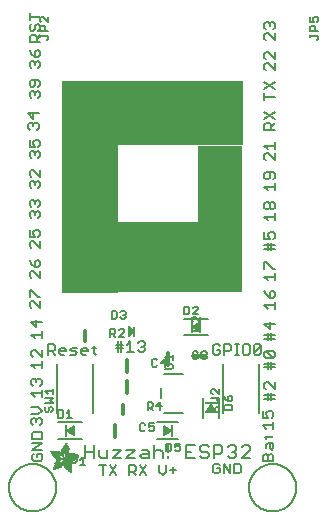
<source format=gbr>
G04 EAGLE Gerber RS-274X export*
G75*
%MOMM*%
%FSLAX34Y34*%
%LPD*%
%INSilkscreen Top*%
%IPPOS*%
%AMOC8*
5,1,8,0,0,1.08239X$1,22.5*%
G01*
%ADD10C,0.127000*%
%ADD11C,0.177800*%
%ADD12R,4.699000X17.907000*%
%ADD13R,13.208000X5.461000*%
%ADD14R,3.810000X12.446000*%
%ADD15R,7.239000X5.969000*%
%ADD16C,0.304800*%
%ADD17C,0.203200*%
%ADD18C,0.152400*%
%ADD19R,0.200000X1.000000*%
%ADD20R,1.000000X0.200000*%
%ADD21R,0.190500X0.889000*%
%ADD22R,0.034300X0.003800*%
%ADD23R,0.057200X0.003800*%
%ADD24R,0.076200X0.003800*%
%ADD25R,0.091400X0.003800*%
%ADD26R,0.102900X0.003800*%
%ADD27R,0.114300X0.003900*%
%ADD28R,0.129500X0.003800*%
%ADD29R,0.137200X0.003800*%
%ADD30R,0.144800X0.003800*%
%ADD31R,0.152400X0.003800*%
%ADD32R,0.160000X0.003800*%
%ADD33R,0.171500X0.003800*%
%ADD34R,0.175300X0.003800*%
%ADD35R,0.182900X0.003800*%
%ADD36R,0.190500X0.003800*%
%ADD37R,0.194300X0.003900*%
%ADD38R,0.201900X0.003800*%
%ADD39R,0.209500X0.003800*%
%ADD40R,0.213400X0.003800*%
%ADD41R,0.221000X0.003800*%
%ADD42R,0.224800X0.003800*%
%ADD43R,0.232400X0.003800*%
%ADD44R,0.240000X0.003800*%
%ADD45R,0.243800X0.003800*%
%ADD46R,0.247600X0.003800*%
%ADD47R,0.255300X0.003900*%
%ADD48R,0.259100X0.003800*%
%ADD49R,0.262900X0.003800*%
%ADD50R,0.270500X0.003800*%
%ADD51R,0.274300X0.003800*%
%ADD52R,0.281900X0.003800*%
%ADD53R,0.285700X0.003800*%
%ADD54R,0.289500X0.003800*%
%ADD55R,0.297200X0.003800*%
%ADD56R,0.301000X0.003800*%
%ADD57R,0.304800X0.003900*%
%ADD58R,0.312400X0.003800*%
%ADD59R,0.316200X0.003800*%
%ADD60R,0.320000X0.003800*%
%ADD61R,0.327600X0.003800*%
%ADD62R,0.331500X0.003800*%
%ADD63R,0.339100X0.003800*%
%ADD64R,0.342900X0.003800*%
%ADD65R,0.346700X0.003800*%
%ADD66R,0.354300X0.003800*%
%ADD67R,0.358100X0.003900*%
%ADD68R,0.361900X0.003800*%
%ADD69R,0.369600X0.003800*%
%ADD70R,0.373400X0.003800*%
%ADD71R,0.377200X0.003800*%
%ADD72R,0.384800X0.003800*%
%ADD73R,0.388600X0.003800*%
%ADD74R,0.396200X0.003800*%
%ADD75R,0.400000X0.003800*%
%ADD76R,0.403800X0.003800*%
%ADD77R,0.411500X0.003900*%
%ADD78R,0.415300X0.003800*%
%ADD79R,0.419100X0.003800*%
%ADD80R,0.045700X0.003800*%
%ADD81R,0.426700X0.003800*%
%ADD82R,0.072400X0.003800*%
%ADD83R,0.430500X0.003800*%
%ADD84R,0.095300X0.003800*%
%ADD85R,0.438100X0.003800*%
%ADD86R,0.110500X0.003800*%
%ADD87R,0.441900X0.003800*%
%ADD88R,0.445800X0.003800*%
%ADD89R,0.144700X0.003800*%
%ADD90R,0.453400X0.003800*%
%ADD91R,0.457200X0.003800*%
%ADD92R,0.175300X0.003900*%
%ADD93R,0.461000X0.003900*%
%ADD94R,0.468600X0.003800*%
%ADD95R,0.205800X0.003800*%
%ADD96R,0.472400X0.003800*%
%ADD97R,0.217200X0.003800*%
%ADD98R,0.476200X0.003800*%
%ADD99R,0.483900X0.003800*%
%ADD100R,0.247700X0.003800*%
%ADD101R,0.487700X0.003800*%
%ADD102R,0.495300X0.003800*%
%ADD103R,0.499100X0.003800*%
%ADD104R,0.502900X0.003800*%
%ADD105R,0.510500X0.003800*%
%ADD106R,0.308600X0.003900*%
%ADD107R,0.514300X0.003900*%
%ADD108R,0.323800X0.003800*%
%ADD109R,0.518100X0.003800*%
%ADD110R,0.335300X0.003800*%
%ADD111R,0.525800X0.003800*%
%ADD112R,0.529600X0.003800*%
%ADD113R,0.358100X0.003800*%
%ADD114R,0.533400X0.003800*%
%ADD115R,0.537200X0.003800*%
%ADD116R,0.381000X0.003800*%
%ADD117R,0.544800X0.003800*%
%ADD118R,0.392400X0.003800*%
%ADD119R,0.548600X0.003800*%
%ADD120R,0.552400X0.003800*%
%ADD121R,0.556200X0.003800*%
%ADD122R,0.422900X0.003900*%
%ADD123R,0.560100X0.003900*%
%ADD124R,0.434300X0.003800*%
%ADD125R,0.563900X0.003800*%
%ADD126R,0.567700X0.003800*%
%ADD127R,0.461000X0.003800*%
%ADD128R,0.571500X0.003800*%
%ADD129R,0.575300X0.003800*%
%ADD130R,0.480100X0.003800*%
%ADD131R,0.579100X0.003800*%
%ADD132R,0.491500X0.003800*%
%ADD133R,0.582900X0.003800*%
%ADD134R,0.586700X0.003800*%
%ADD135R,0.510600X0.003800*%
%ADD136R,0.590500X0.003800*%
%ADD137R,0.522000X0.003800*%
%ADD138R,0.594300X0.003800*%
%ADD139R,0.533400X0.003900*%
%ADD140R,0.598200X0.003900*%
%ADD141R,0.541000X0.003800*%
%ADD142R,0.602000X0.003800*%
%ADD143R,0.552500X0.003800*%
%ADD144R,0.605800X0.003800*%
%ADD145R,0.560100X0.003800*%
%ADD146R,0.609600X0.003800*%
%ADD147R,0.613400X0.003800*%
%ADD148R,0.583000X0.003800*%
%ADD149R,0.617200X0.003800*%
%ADD150R,0.594400X0.003800*%
%ADD151R,0.621000X0.003800*%
%ADD152R,0.598200X0.003800*%
%ADD153R,0.624800X0.003800*%
%ADD154R,0.613500X0.003900*%
%ADD155R,0.628600X0.003900*%
%ADD156R,0.632400X0.003800*%
%ADD157R,0.628600X0.003800*%
%ADD158R,0.636300X0.003800*%
%ADD159R,0.640100X0.003800*%
%ADD160R,0.636200X0.003800*%
%ADD161R,0.643900X0.003800*%
%ADD162R,0.647700X0.003800*%
%ADD163R,0.651500X0.003800*%
%ADD164R,0.659100X0.003800*%
%ADD165R,0.659100X0.003900*%
%ADD166R,0.655300X0.003900*%
%ADD167R,0.662900X0.003800*%
%ADD168R,0.655300X0.003800*%
%ADD169R,0.670500X0.003800*%
%ADD170R,0.670600X0.003800*%
%ADD171R,0.674400X0.003800*%
%ADD172R,0.682000X0.003800*%
%ADD173R,0.666700X0.003800*%
%ADD174R,0.685800X0.003800*%
%ADD175R,0.689600X0.003800*%
%ADD176R,0.693400X0.003900*%
%ADD177R,0.674400X0.003900*%
%ADD178R,0.697200X0.003800*%
%ADD179R,0.678200X0.003800*%
%ADD180R,0.697300X0.003800*%
%ADD181R,0.701100X0.003800*%
%ADD182R,0.704900X0.003800*%
%ADD183R,0.708700X0.003800*%
%ADD184R,0.712500X0.003800*%
%ADD185R,0.716300X0.003800*%
%ADD186R,0.720100X0.003900*%
%ADD187R,0.689600X0.003900*%
%ADD188R,0.720000X0.003800*%
%ADD189R,0.693400X0.003800*%
%ADD190R,0.723900X0.003800*%
%ADD191R,0.727700X0.003800*%
%ADD192R,0.731500X0.003800*%
%ADD193R,0.701000X0.003800*%
%ADD194R,0.735300X0.003800*%
%ADD195R,0.731500X0.003900*%
%ADD196R,0.701000X0.003900*%
%ADD197R,0.704800X0.003800*%
%ADD198R,0.739100X0.003800*%
%ADD199R,0.743000X0.003800*%
%ADD200R,0.739200X0.003800*%
%ADD201R,0.743000X0.003900*%
%ADD202R,0.704800X0.003900*%
%ADD203R,0.746800X0.003800*%
%ADD204R,0.746800X0.003900*%
%ADD205R,0.742900X0.003800*%
%ADD206R,0.746700X0.003800*%
%ADD207R,0.746700X0.003900*%
%ADD208R,1.428800X0.003800*%
%ADD209R,1.424900X0.003800*%
%ADD210R,1.421100X0.003900*%
%ADD211R,1.421100X0.003800*%
%ADD212R,1.417300X0.003800*%
%ADD213R,1.413500X0.003800*%
%ADD214R,1.409700X0.003800*%
%ADD215R,1.405900X0.003800*%
%ADD216R,1.402100X0.003800*%
%ADD217R,1.398300X0.003800*%
%ADD218R,0.983000X0.003900*%
%ADD219R,0.384800X0.003900*%
%ADD220R,0.971600X0.003800*%
%ADD221R,0.963900X0.003800*%
%ADD222R,0.956300X0.003800*%
%ADD223R,0.365800X0.003800*%
%ADD224R,0.952500X0.003800*%
%ADD225R,0.941000X0.003800*%
%ADD226R,0.358200X0.003800*%
%ADD227R,0.937200X0.003800*%
%ADD228R,0.933400X0.003800*%
%ADD229R,0.354400X0.003800*%
%ADD230R,0.925800X0.003800*%
%ADD231R,0.350500X0.003800*%
%ADD232R,0.922000X0.003800*%
%ADD233R,0.918200X0.003900*%
%ADD234R,0.346700X0.003900*%
%ADD235R,0.910600X0.003800*%
%ADD236R,0.906800X0.003800*%
%ADD237R,0.903000X0.003800*%
%ADD238R,0.339000X0.003800*%
%ADD239R,0.895300X0.003800*%
%ADD240R,0.335200X0.003800*%
%ADD241R,0.887700X0.003800*%
%ADD242R,0.883900X0.003800*%
%ADD243R,0.331400X0.003800*%
%ADD244R,0.880100X0.003800*%
%ADD245R,0.876300X0.003800*%
%ADD246R,0.468600X0.003900*%
%ADD247R,0.396200X0.003900*%
%ADD248R,0.323800X0.003900*%
%ADD249R,0.449600X0.003800*%
%ADD250R,0.323900X0.003800*%
%ADD251R,0.442000X0.003800*%
%ADD252R,0.434400X0.003800*%
%ADD253R,0.320100X0.003800*%
%ADD254R,0.316300X0.003800*%
%ADD255R,0.426800X0.003800*%
%ADD256R,0.327700X0.003800*%
%ADD257R,0.312500X0.003800*%
%ADD258R,0.422900X0.003800*%
%ADD259R,0.308600X0.003800*%
%ADD260R,0.293400X0.003800*%
%ADD261R,0.304800X0.003800*%
%ADD262R,0.419100X0.003900*%
%ADD263R,0.285700X0.003900*%
%ADD264R,0.301000X0.003900*%
%ADD265R,0.411500X0.003800*%
%ADD266R,0.407700X0.003800*%
%ADD267R,0.289600X0.003800*%
%ADD268R,0.285800X0.003800*%
%ADD269R,0.403900X0.003800*%
%ADD270R,0.228600X0.003800*%
%ADD271R,0.403900X0.003900*%
%ADD272R,0.221000X0.003900*%
%ADD273R,0.278100X0.003900*%
%ADD274R,0.400100X0.003800*%
%ADD275R,0.209600X0.003800*%
%ADD276R,0.266700X0.003800*%
%ADD277R,0.038100X0.003800*%
%ADD278R,0.194300X0.003800*%
%ADD279R,0.148600X0.003800*%
%ADD280R,0.259000X0.003800*%
%ADD281R,0.182800X0.003800*%
%ADD282R,0.186700X0.003800*%
%ADD283R,0.251400X0.003800*%
%ADD284R,0.179100X0.003800*%
%ADD285R,0.236200X0.003800*%
%ADD286R,0.243900X0.003900*%
%ADD287R,0.282000X0.003900*%
%ADD288R,0.167700X0.003800*%
%ADD289R,0.236300X0.003800*%
%ADD290R,0.396300X0.003800*%
%ADD291R,0.163900X0.003800*%
%ADD292R,0.392500X0.003800*%
%ADD293R,0.160100X0.003800*%
%ADD294R,0.586800X0.003800*%
%ADD295R,0.148500X0.003800*%
%ADD296R,0.140900X0.003800*%
%ADD297R,0.392400X0.003900*%
%ADD298R,0.140900X0.003900*%
%ADD299R,0.647700X0.003900*%
%ADD300R,0.133300X0.003800*%
%ADD301R,0.674300X0.003800*%
%ADD302R,0.388700X0.003800*%
%ADD303R,0.125700X0.003800*%
%ADD304R,0.121900X0.003800*%
%ADD305R,0.720100X0.003800*%
%ADD306R,0.118100X0.003800*%
%ADD307R,0.118100X0.003900*%
%ADD308R,0.739100X0.003900*%
%ADD309R,0.114300X0.003800*%
%ADD310R,0.754400X0.003800*%
%ADD311R,0.765800X0.003800*%
%ADD312R,0.773400X0.003800*%
%ADD313R,0.784800X0.003800*%
%ADD314R,0.118200X0.003800*%
%ADD315R,0.792500X0.003800*%
%ADD316R,0.803900X0.003800*%
%ADD317R,0.122000X0.003800*%
%ADD318R,0.815400X0.003800*%
%ADD319R,0.125800X0.003800*%
%ADD320R,0.826800X0.003800*%
%ADD321R,0.369500X0.003900*%
%ADD322R,0.133400X0.003900*%
%ADD323R,0.842000X0.003900*%
%ADD324R,0.365700X0.003800*%
%ADD325R,1.009700X0.003800*%
%ADD326R,1.013500X0.003800*%
%ADD327R,0.362000X0.003800*%
%ADD328R,1.024900X0.003800*%
%ADD329R,1.028700X0.003800*%
%ADD330R,1.036300X0.003800*%
%ADD331R,1.047800X0.003800*%
%ADD332R,1.055400X0.003800*%
%ADD333R,1.070600X0.003800*%
%ADD334R,0.030500X0.003800*%
%ADD335R,1.436400X0.003800*%
%ADD336R,1.562100X0.003900*%
%ADD337R,1.588700X0.003800*%
%ADD338R,1.607800X0.003800*%
%ADD339R,1.626900X0.003800*%
%ADD340R,1.642100X0.003800*%
%ADD341R,1.657400X0.003800*%
%ADD342R,1.676400X0.003800*%
%ADD343R,1.687800X0.003800*%
%ADD344R,1.703000X0.003800*%
%ADD345R,1.714500X0.003800*%
%ADD346R,1.726000X0.003900*%
%ADD347R,1.741200X0.003800*%
%ADD348R,0.914400X0.003800*%
%ADD349R,0.769600X0.003800*%
%ADD350R,0.884000X0.003800*%
%ADD351R,0.712400X0.003800*%
%ADD352R,0.880100X0.003900*%
%ADD353R,0.887800X0.003800*%
%ADD354R,0.891600X0.003800*%
%ADD355R,0.895400X0.003800*%
%ADD356R,0.251500X0.003800*%
%ADD357R,0.579200X0.003900*%
%ADD358R,0.243900X0.003800*%
%ADD359R,0.556300X0.003800*%
%ADD360R,0.255200X0.003800*%
%ADD361R,0.529500X0.003800*%
%ADD362R,0.731600X0.003800*%
%ADD363R,0.525800X0.003900*%
%ADD364R,0.281900X0.003900*%
%ADD365R,0.735400X0.003900*%
%ADD366R,0.300900X0.003800*%
%ADD367R,0.762000X0.003800*%
%ADD368R,0.518200X0.003800*%
%ADD369R,0.350600X0.003800*%
%ADD370R,0.796300X0.003800*%
%ADD371R,0.807800X0.003800*%
%ADD372R,0.506700X0.003800*%
%ADD373R,0.849600X0.003800*%
%ADD374R,0.506700X0.003900*%
%ADD375R,1.371600X0.003900*%
%ADD376R,1.207800X0.003800*%
%ADD377R,0.503000X0.003800*%
%ADD378R,0.141000X0.003800*%
%ADD379R,1.203900X0.003800*%
%ADD380R,1.204000X0.003800*%
%ADD381R,1.200200X0.003800*%
%ADD382R,0.499100X0.003900*%
%ADD383R,0.156200X0.003900*%
%ADD384R,1.196400X0.003900*%
%ADD385R,1.196400X0.003800*%
%ADD386R,0.163800X0.003800*%
%ADD387R,0.167600X0.003800*%
%ADD388R,1.192500X0.003800*%
%ADD389R,0.499200X0.003800*%
%ADD390R,1.188700X0.003800*%
%ADD391R,0.506800X0.003800*%
%ADD392R,1.184900X0.003800*%
%ADD393R,0.510600X0.003900*%
%ADD394R,0.209600X0.003900*%
%ADD395R,1.181100X0.003900*%
%ADD396R,0.514400X0.003800*%
%ADD397R,1.181100X0.003800*%
%ADD398R,1.177300X0.003800*%
%ADD399R,0.240100X0.003800*%
%ADD400R,1.173500X0.003800*%
%ADD401R,1.169700X0.003800*%
%ADD402R,1.165900X0.003800*%
%ADD403R,1.162100X0.003800*%
%ADD404R,0.929700X0.003900*%
%ADD405R,1.162100X0.003900*%
%ADD406R,0.929700X0.003800*%
%ADD407R,1.154500X0.003800*%
%ADD408R,0.933500X0.003800*%
%ADD409R,1.150600X0.003800*%
%ADD410R,0.937300X0.003800*%
%ADD411R,1.146800X0.003800*%
%ADD412R,0.941100X0.003800*%
%ADD413R,1.139200X0.003800*%
%ADD414R,0.944900X0.003800*%
%ADD415R,1.135400X0.003800*%
%ADD416R,0.948700X0.003800*%
%ADD417R,1.127800X0.003800*%
%ADD418R,1.124000X0.003800*%
%ADD419R,1.116400X0.003800*%
%ADD420R,0.956300X0.003900*%
%ADD421R,1.104900X0.003900*%
%ADD422R,0.960100X0.003800*%
%ADD423R,1.093500X0.003800*%
%ADD424R,1.085900X0.003800*%
%ADD425R,0.967800X0.003800*%
%ADD426R,1.074500X0.003800*%
%ADD427R,1.063000X0.003800*%
%ADD428R,0.975400X0.003800*%
%ADD429R,1.036400X0.003800*%
%ADD430R,0.979200X0.003800*%
%ADD431R,1.021000X0.003800*%
%ADD432R,0.983000X0.003800*%
%ADD433R,1.009600X0.003800*%
%ADD434R,0.986800X0.003800*%
%ADD435R,0.998200X0.003800*%
%ADD436R,0.990600X0.003900*%
%ADD437R,0.986700X0.003900*%
%ADD438R,0.994400X0.003800*%
%ADD439R,0.975300X0.003800*%
%ADD440R,0.948600X0.003800*%
%ADD441R,1.002000X0.003800*%
%ADD442R,0.213300X0.003800*%
%ADD443R,0.217100X0.003800*%
%ADD444R,1.017300X0.003800*%
%ADD445R,0.666800X0.003800*%
%ADD446R,0.220900X0.003800*%
%ADD447R,1.028700X0.003900*%
%ADD448R,0.224700X0.003900*%
%ADD449R,1.032500X0.003800*%
%ADD450R,1.040100X0.003800*%
%ADD451R,1.043900X0.003800*%
%ADD452R,0.548700X0.003800*%
%ADD453R,1.051500X0.003800*%
%ADD454R,1.055300X0.003800*%
%ADD455R,1.059100X0.003800*%
%ADD456R,1.062900X0.003800*%
%ADD457R,0.255300X0.003800*%
%ADD458R,1.066800X0.003900*%
%ADD459R,0.259100X0.003900*%
%ADD460R,0.457200X0.003900*%
%ADD461R,0.423000X0.003800*%
%ADD462R,1.082100X0.003800*%
%ADD463R,0.274400X0.003800*%
%ADD464R,0.278200X0.003800*%
%ADD465R,1.101100X0.003800*%
%ADD466R,0.278100X0.003800*%
%ADD467R,0.876300X0.003900*%
%ADD468R,0.236200X0.003900*%
%ADD469R,0.289600X0.003900*%
%ADD470R,0.247700X0.003900*%
%ADD471R,0.049500X0.003800*%
%ADD472R,0.640100X0.003900*%
%ADD473R,0.659200X0.003800*%
%ADD474R,0.663000X0.003800*%
%ADD475R,0.872500X0.003900*%
%ADD476R,0.666800X0.003900*%
%ADD477R,0.872500X0.003800*%
%ADD478R,0.868700X0.003800*%
%ADD479R,0.864900X0.003800*%
%ADD480R,0.861100X0.003800*%
%ADD481R,0.857300X0.003800*%
%ADD482R,0.853400X0.003800*%
%ADD483R,0.845800X0.003800*%
%ADD484R,0.682000X0.003900*%
%ADD485R,0.842000X0.003800*%
%ADD486R,0.834400X0.003800*%
%ADD487R,0.823000X0.003800*%
%ADD488R,0.815300X0.003800*%
%ADD489R,0.811500X0.003800*%
%ADD490R,0.788700X0.003800*%
%ADD491R,0.777300X0.003900*%
%ADD492R,0.750600X0.003800*%
%ADD493R,0.735400X0.003800*%
%ADD494R,0.727800X0.003800*%
%ADD495R,0.628700X0.003800*%
%ADD496R,0.575400X0.003800*%
%ADD497R,0.670600X0.003900*%
%ADD498R,0.655400X0.003800*%
%ADD499R,0.651500X0.003900*%
%ADD500R,0.624800X0.003900*%
%ADD501R,0.594400X0.003900*%
%ADD502R,0.563900X0.003900*%
%ADD503R,0.541100X0.003800*%
%ADD504R,0.537300X0.003800*%
%ADD505R,0.525700X0.003800*%
%ADD506R,0.525700X0.003900*%
%ADD507R,0.514300X0.003800*%
%ADD508R,0.480100X0.003900*%
%ADD509R,0.464800X0.003800*%
%ADD510R,0.442000X0.003900*%
%ADD511R,0.438200X0.003800*%
%ADD512R,0.430600X0.003800*%
%ADD513R,0.407600X0.003800*%
%ADD514R,0.403800X0.003900*%
%ADD515R,0.365700X0.003900*%
%ADD516R,0.327700X0.003900*%
%ADD517R,0.243800X0.003900*%
%ADD518R,0.205800X0.003900*%
%ADD519R,0.198100X0.003800*%
%ADD520R,0.163800X0.003900*%
%ADD521R,0.137100X0.003800*%
%ADD522R,0.091500X0.003900*%
%ADD523R,0.060900X0.003800*%

G36*
X106737Y152914D02*
X106737Y152914D01*
X106755Y152912D01*
X106857Y152940D01*
X106960Y152962D01*
X106975Y152971D01*
X106992Y152976D01*
X107137Y153061D01*
X112217Y156871D01*
X112220Y156874D01*
X112224Y156876D01*
X112305Y156963D01*
X112387Y157048D01*
X112389Y157052D01*
X112392Y157055D01*
X112442Y157164D01*
X112492Y157271D01*
X112492Y157275D01*
X112494Y157279D01*
X112507Y157397D01*
X112520Y157515D01*
X112520Y157519D01*
X112520Y157524D01*
X112494Y157640D01*
X112470Y157756D01*
X112467Y157760D01*
X112466Y157764D01*
X112405Y157866D01*
X112345Y157968D01*
X112341Y157971D01*
X112339Y157974D01*
X112217Y158089D01*
X107137Y161899D01*
X107121Y161907D01*
X107108Y161920D01*
X107093Y161927D01*
X107085Y161933D01*
X107035Y161953D01*
X107012Y161964D01*
X106919Y162013D01*
X106901Y162016D01*
X106885Y162023D01*
X106780Y162035D01*
X106676Y162051D01*
X106658Y162048D01*
X106641Y162050D01*
X106538Y162028D01*
X106433Y162010D01*
X106418Y162002D01*
X106400Y161998D01*
X106310Y161944D01*
X106217Y161894D01*
X106204Y161881D01*
X106189Y161872D01*
X106120Y161792D01*
X106048Y161715D01*
X106041Y161698D01*
X106029Y161685D01*
X105990Y161587D01*
X105946Y161491D01*
X105944Y161473D01*
X105937Y161457D01*
X105919Y161290D01*
X105919Y153670D01*
X105922Y153652D01*
X105920Y153635D01*
X105941Y153531D01*
X105959Y153427D01*
X105967Y153412D01*
X105971Y153394D01*
X106024Y153303D01*
X106074Y153210D01*
X106086Y153198D01*
X106096Y153182D01*
X106175Y153113D01*
X106252Y153041D01*
X106268Y153033D01*
X106282Y153021D01*
X106379Y152981D01*
X106475Y152937D01*
X106493Y152935D01*
X106509Y152928D01*
X106615Y152921D01*
X106719Y152910D01*
X106737Y152914D01*
G37*
G36*
X165875Y158283D02*
X165875Y158283D01*
X165946Y158281D01*
X166015Y158299D01*
X166086Y158308D01*
X166152Y158335D01*
X166221Y158353D01*
X166282Y158390D01*
X166348Y158417D01*
X166404Y158462D01*
X166466Y158499D01*
X166515Y158550D01*
X166570Y158595D01*
X166611Y158654D01*
X166660Y158706D01*
X166693Y158769D01*
X166734Y158827D01*
X166757Y158895D01*
X166790Y158959D01*
X166800Y159018D01*
X166827Y159096D01*
X166833Y159215D01*
X166845Y159290D01*
X166845Y163290D01*
X166835Y163361D01*
X166835Y163433D01*
X166815Y163501D01*
X166805Y163572D01*
X166776Y163637D01*
X166756Y163706D01*
X166718Y163766D01*
X166689Y163831D01*
X166643Y163886D01*
X166605Y163946D01*
X166552Y163994D01*
X166506Y164048D01*
X166446Y164088D01*
X166392Y164135D01*
X166328Y164166D01*
X166269Y164206D01*
X166201Y164227D01*
X166136Y164258D01*
X166066Y164270D01*
X165998Y164291D01*
X165926Y164293D01*
X165856Y164305D01*
X165785Y164297D01*
X165714Y164299D01*
X165644Y164280D01*
X165573Y164272D01*
X165518Y164247D01*
X165439Y164227D01*
X165336Y164166D01*
X165267Y164135D01*
X162267Y162135D01*
X162180Y162058D01*
X162090Y161985D01*
X162075Y161963D01*
X162055Y161945D01*
X161993Y161848D01*
X161926Y161753D01*
X161918Y161727D01*
X161903Y161705D01*
X161871Y161594D01*
X161833Y161484D01*
X161832Y161457D01*
X161825Y161432D01*
X161825Y161316D01*
X161819Y161200D01*
X161825Y161174D01*
X161825Y161147D01*
X161857Y161036D01*
X161883Y160923D01*
X161896Y160900D01*
X161904Y160874D01*
X161966Y160776D01*
X162022Y160675D01*
X162040Y160659D01*
X162055Y160634D01*
X162263Y160449D01*
X162267Y160445D01*
X165267Y158445D01*
X165331Y158414D01*
X165391Y158375D01*
X165459Y158353D01*
X165523Y158322D01*
X165594Y158310D01*
X165662Y158289D01*
X165733Y158287D01*
X165804Y158275D01*
X165875Y158283D01*
G37*
G36*
X178601Y89705D02*
X178601Y89705D01*
X178673Y89705D01*
X178741Y89725D01*
X178812Y89735D01*
X178877Y89764D01*
X178946Y89784D01*
X179006Y89822D01*
X179071Y89851D01*
X179126Y89897D01*
X179186Y89935D01*
X179234Y89989D01*
X179288Y90035D01*
X179328Y90094D01*
X179375Y90148D01*
X179406Y90212D01*
X179446Y90271D01*
X179467Y90340D01*
X179498Y90404D01*
X179510Y90474D01*
X179531Y90542D01*
X179533Y90614D01*
X179545Y90685D01*
X179537Y90755D01*
X179539Y90826D01*
X179520Y90896D01*
X179512Y90967D01*
X179487Y91022D01*
X179467Y91101D01*
X179406Y91204D01*
X179375Y91273D01*
X177375Y94273D01*
X177298Y94360D01*
X177225Y94450D01*
X177203Y94465D01*
X177185Y94485D01*
X177088Y94547D01*
X176993Y94614D01*
X176967Y94622D01*
X176945Y94637D01*
X176834Y94669D01*
X176724Y94707D01*
X176697Y94708D01*
X176672Y94715D01*
X176556Y94715D01*
X176440Y94721D01*
X176414Y94715D01*
X176387Y94715D01*
X176276Y94683D01*
X176163Y94657D01*
X176140Y94644D01*
X176114Y94636D01*
X176016Y94574D01*
X175915Y94518D01*
X175899Y94500D01*
X175874Y94485D01*
X175689Y94277D01*
X175685Y94273D01*
X173685Y91273D01*
X173654Y91209D01*
X173615Y91149D01*
X173593Y91081D01*
X173562Y91017D01*
X173550Y90946D01*
X173529Y90878D01*
X173527Y90807D01*
X173515Y90737D01*
X173523Y90665D01*
X173521Y90594D01*
X173539Y90525D01*
X173548Y90454D01*
X173575Y90388D01*
X173593Y90319D01*
X173630Y90258D01*
X173657Y90192D01*
X173702Y90136D01*
X173739Y90074D01*
X173790Y90025D01*
X173835Y89970D01*
X173894Y89929D01*
X173946Y89880D01*
X174009Y89847D01*
X174067Y89806D01*
X174135Y89783D01*
X174199Y89750D01*
X174258Y89740D01*
X174336Y89713D01*
X174455Y89707D01*
X174530Y89695D01*
X178530Y89695D01*
X178601Y89705D01*
G37*
G36*
X59195Y70653D02*
X59195Y70653D01*
X59266Y70651D01*
X59335Y70669D01*
X59406Y70678D01*
X59472Y70705D01*
X59541Y70723D01*
X59602Y70760D01*
X59668Y70787D01*
X59724Y70832D01*
X59786Y70869D01*
X59835Y70920D01*
X59890Y70965D01*
X59931Y71024D01*
X59980Y71076D01*
X60013Y71139D01*
X60054Y71197D01*
X60077Y71265D01*
X60110Y71329D01*
X60120Y71388D01*
X60147Y71466D01*
X60153Y71585D01*
X60165Y71660D01*
X60165Y75660D01*
X60155Y75731D01*
X60155Y75803D01*
X60135Y75871D01*
X60125Y75942D01*
X60096Y76007D01*
X60076Y76076D01*
X60038Y76136D01*
X60009Y76201D01*
X59963Y76256D01*
X59925Y76316D01*
X59872Y76364D01*
X59826Y76418D01*
X59766Y76458D01*
X59712Y76505D01*
X59648Y76536D01*
X59589Y76576D01*
X59521Y76597D01*
X59456Y76628D01*
X59386Y76640D01*
X59318Y76661D01*
X59246Y76663D01*
X59176Y76675D01*
X59105Y76667D01*
X59034Y76669D01*
X58964Y76650D01*
X58893Y76642D01*
X58838Y76617D01*
X58759Y76597D01*
X58656Y76536D01*
X58587Y76505D01*
X55587Y74505D01*
X55500Y74428D01*
X55410Y74355D01*
X55395Y74333D01*
X55375Y74315D01*
X55313Y74218D01*
X55246Y74123D01*
X55238Y74097D01*
X55223Y74075D01*
X55191Y73964D01*
X55153Y73854D01*
X55152Y73827D01*
X55145Y73802D01*
X55145Y73686D01*
X55139Y73570D01*
X55145Y73544D01*
X55145Y73517D01*
X55177Y73406D01*
X55203Y73293D01*
X55216Y73270D01*
X55224Y73244D01*
X55286Y73146D01*
X55342Y73045D01*
X55360Y73029D01*
X55375Y73004D01*
X55583Y72819D01*
X55587Y72815D01*
X58587Y70815D01*
X58651Y70784D01*
X58711Y70745D01*
X58779Y70723D01*
X58843Y70692D01*
X58914Y70680D01*
X58982Y70659D01*
X59053Y70657D01*
X59124Y70645D01*
X59195Y70653D01*
G37*
G36*
X137745Y70653D02*
X137745Y70653D01*
X137816Y70651D01*
X137886Y70670D01*
X137957Y70678D01*
X138012Y70703D01*
X138091Y70723D01*
X138194Y70784D01*
X138263Y70815D01*
X141263Y72815D01*
X141350Y72892D01*
X141440Y72965D01*
X141455Y72987D01*
X141475Y73005D01*
X141537Y73102D01*
X141604Y73197D01*
X141612Y73223D01*
X141627Y73245D01*
X141659Y73356D01*
X141697Y73466D01*
X141698Y73493D01*
X141705Y73518D01*
X141705Y73634D01*
X141711Y73750D01*
X141705Y73776D01*
X141705Y73803D01*
X141673Y73914D01*
X141647Y74027D01*
X141634Y74050D01*
X141626Y74076D01*
X141564Y74174D01*
X141508Y74275D01*
X141490Y74291D01*
X141475Y74316D01*
X141267Y74501D01*
X141263Y74505D01*
X138263Y76505D01*
X138199Y76536D01*
X138139Y76576D01*
X138071Y76597D01*
X138007Y76628D01*
X137936Y76640D01*
X137868Y76661D01*
X137797Y76663D01*
X137727Y76675D01*
X137655Y76667D01*
X137584Y76669D01*
X137515Y76651D01*
X137444Y76642D01*
X137378Y76615D01*
X137309Y76597D01*
X137248Y76560D01*
X137182Y76533D01*
X137126Y76488D01*
X137064Y76452D01*
X137015Y76400D01*
X136960Y76355D01*
X136919Y76297D01*
X136870Y76244D01*
X136837Y76181D01*
X136796Y76123D01*
X136773Y76055D01*
X136740Y75991D01*
X136730Y75932D01*
X136703Y75854D01*
X136697Y75735D01*
X136685Y75660D01*
X136685Y71660D01*
X136695Y71589D01*
X136695Y71517D01*
X136715Y71449D01*
X136725Y71379D01*
X136754Y71313D01*
X136774Y71244D01*
X136812Y71184D01*
X136841Y71119D01*
X136887Y71064D01*
X136925Y71004D01*
X136979Y70956D01*
X137025Y70902D01*
X137084Y70862D01*
X137138Y70815D01*
X137202Y70784D01*
X137261Y70745D01*
X137330Y70723D01*
X137394Y70692D01*
X137464Y70680D01*
X137532Y70659D01*
X137604Y70657D01*
X137675Y70645D01*
X137745Y70653D01*
G37*
D10*
X184028Y44456D02*
X182630Y45854D01*
X179833Y45854D01*
X178435Y44456D01*
X178435Y38863D01*
X179833Y37465D01*
X182630Y37465D01*
X184028Y38863D01*
X184028Y41660D01*
X181231Y41660D01*
X187322Y37465D02*
X187322Y45854D01*
X192915Y37465D01*
X192915Y45854D01*
X196210Y45854D02*
X196210Y37465D01*
X200404Y37465D01*
X201803Y38863D01*
X201803Y44456D01*
X200404Y45854D01*
X196210Y45854D01*
X132715Y44584D02*
X132715Y38991D01*
X135511Y36195D01*
X138308Y38991D01*
X138308Y44584D01*
X141602Y40390D02*
X147195Y40390D01*
X144399Y43186D02*
X144399Y37593D01*
X84711Y36195D02*
X84711Y44584D01*
X81915Y44584D02*
X87508Y44584D01*
X90802Y44584D02*
X96395Y36195D01*
X90802Y36195D02*
X96395Y44584D01*
X107315Y44584D02*
X107315Y36195D01*
X107315Y44584D02*
X111510Y44584D01*
X112908Y43186D01*
X112908Y40390D01*
X111510Y38991D01*
X107315Y38991D01*
X110111Y38991D02*
X112908Y36195D01*
X121795Y36195D02*
X116202Y44584D01*
X121795Y44584D02*
X116202Y36195D01*
X31750Y402527D02*
X22852Y402527D01*
X22852Y406976D01*
X24335Y408459D01*
X27301Y408459D01*
X28784Y406976D01*
X28784Y402527D01*
X28784Y405493D02*
X31750Y408459D01*
X22852Y416331D02*
X24335Y417814D01*
X22852Y416331D02*
X22852Y413365D01*
X24335Y411882D01*
X25818Y411882D01*
X27301Y413365D01*
X27301Y416331D01*
X28784Y417814D01*
X30267Y417814D01*
X31750Y416331D01*
X31750Y413365D01*
X30267Y411882D01*
X31750Y424203D02*
X22852Y424203D01*
X22852Y421238D02*
X22852Y427169D01*
X22852Y382018D02*
X24335Y380535D01*
X22852Y382018D02*
X22852Y384984D01*
X24335Y386467D01*
X25818Y386467D01*
X27301Y384984D01*
X27301Y383501D01*
X27301Y384984D02*
X28784Y386467D01*
X30267Y386467D01*
X31750Y384984D01*
X31750Y382018D01*
X30267Y380535D01*
X24335Y392856D02*
X22852Y395822D01*
X24335Y392856D02*
X27301Y389890D01*
X30267Y389890D01*
X31750Y391373D01*
X31750Y394339D01*
X30267Y395822D01*
X28784Y395822D01*
X27301Y394339D01*
X27301Y389890D01*
X31750Y183267D02*
X31750Y177335D01*
X25818Y183267D01*
X24335Y183267D01*
X22852Y181784D01*
X22852Y178818D01*
X24335Y177335D01*
X22852Y186690D02*
X22852Y192622D01*
X24335Y192622D01*
X30267Y186690D01*
X31750Y186690D01*
X23065Y328465D02*
X21582Y329948D01*
X21582Y332914D01*
X23065Y334397D01*
X24548Y334397D01*
X26031Y332914D01*
X26031Y331431D01*
X26031Y332914D02*
X27514Y334397D01*
X28997Y334397D01*
X30480Y332914D01*
X30480Y329948D01*
X28997Y328465D01*
X30480Y342269D02*
X21582Y342269D01*
X26031Y337820D01*
X26031Y343752D01*
X22852Y305818D02*
X24335Y304335D01*
X22852Y305818D02*
X22852Y308784D01*
X24335Y310267D01*
X25818Y310267D01*
X27301Y308784D01*
X27301Y307301D01*
X27301Y308784D02*
X28784Y310267D01*
X30267Y310267D01*
X31750Y308784D01*
X31750Y305818D01*
X30267Y304335D01*
X22852Y313690D02*
X22852Y319622D01*
X22852Y313690D02*
X27301Y313690D01*
X25818Y316656D01*
X25818Y318139D01*
X27301Y319622D01*
X30267Y319622D01*
X31750Y318139D01*
X31750Y315173D01*
X30267Y313690D01*
X22852Y280418D02*
X24335Y278935D01*
X22852Y280418D02*
X22852Y283384D01*
X24335Y284867D01*
X25818Y284867D01*
X27301Y283384D01*
X27301Y281901D01*
X27301Y283384D02*
X28784Y284867D01*
X30267Y284867D01*
X31750Y283384D01*
X31750Y280418D01*
X30267Y278935D01*
X31750Y288290D02*
X31750Y294222D01*
X31750Y288290D02*
X25818Y294222D01*
X24335Y294222D01*
X22852Y292739D01*
X22852Y289773D01*
X24335Y288290D01*
X22852Y255018D02*
X24335Y253535D01*
X22852Y255018D02*
X22852Y257984D01*
X24335Y259467D01*
X25818Y259467D01*
X27301Y257984D01*
X27301Y256501D01*
X27301Y257984D02*
X28784Y259467D01*
X30267Y259467D01*
X31750Y257984D01*
X31750Y255018D01*
X30267Y253535D01*
X24335Y262890D02*
X22852Y264373D01*
X22852Y267339D01*
X24335Y268822D01*
X25818Y268822D01*
X27301Y267339D01*
X27301Y265856D01*
X27301Y267339D02*
X28784Y268822D01*
X30267Y268822D01*
X31750Y267339D01*
X31750Y264373D01*
X30267Y262890D01*
X31750Y208667D02*
X31750Y202735D01*
X25818Y208667D01*
X24335Y208667D01*
X22852Y207184D01*
X22852Y204218D01*
X24335Y202735D01*
X24335Y215056D02*
X22852Y218022D01*
X24335Y215056D02*
X27301Y212090D01*
X30267Y212090D01*
X31750Y213573D01*
X31750Y216539D01*
X30267Y218022D01*
X28784Y218022D01*
X27301Y216539D01*
X27301Y212090D01*
X220337Y47851D02*
X229235Y47851D01*
X220337Y47851D02*
X220337Y52300D01*
X221820Y53783D01*
X223303Y53783D01*
X224786Y52300D01*
X226269Y53783D01*
X227752Y53783D01*
X229235Y52300D01*
X229235Y47851D01*
X224786Y47851D02*
X224786Y52300D01*
X223303Y58690D02*
X223303Y61655D01*
X224786Y63138D01*
X229235Y63138D01*
X229235Y58690D01*
X227752Y57207D01*
X226269Y58690D01*
X226269Y63138D01*
X227752Y68045D02*
X221820Y68045D01*
X227752Y68045D02*
X229235Y69528D01*
X223303Y69528D02*
X223303Y66562D01*
X26240Y54129D02*
X24757Y52646D01*
X24757Y49680D01*
X26240Y48197D01*
X32172Y48197D01*
X33655Y49680D01*
X33655Y52646D01*
X32172Y54129D01*
X29206Y54129D01*
X29206Y51163D01*
X33655Y57552D02*
X24757Y57552D01*
X33655Y63484D01*
X24757Y63484D01*
X24757Y66908D02*
X33655Y66908D01*
X33655Y71356D01*
X32172Y72839D01*
X26240Y72839D01*
X24757Y71356D01*
X24757Y66908D01*
X38496Y137795D02*
X38496Y146693D01*
X42945Y146693D01*
X44428Y145210D01*
X44428Y142244D01*
X42945Y140761D01*
X38496Y140761D01*
X41462Y140761D02*
X44428Y137795D01*
X49334Y137795D02*
X52300Y137795D01*
X49334Y137795D02*
X47851Y139278D01*
X47851Y142244D01*
X49334Y143727D01*
X52300Y143727D01*
X53783Y142244D01*
X53783Y140761D01*
X47851Y140761D01*
X57207Y137795D02*
X61655Y137795D01*
X63138Y139278D01*
X61655Y140761D01*
X58690Y140761D01*
X57207Y142244D01*
X58690Y143727D01*
X63138Y143727D01*
X68045Y137795D02*
X71011Y137795D01*
X68045Y137795D02*
X66562Y139278D01*
X66562Y142244D01*
X68045Y143727D01*
X71011Y143727D01*
X72494Y142244D01*
X72494Y140761D01*
X66562Y140761D01*
X77400Y139278D02*
X77400Y145210D01*
X77400Y139278D02*
X78883Y137795D01*
X78883Y143727D02*
X75917Y143727D01*
X221607Y151513D02*
X230505Y151513D01*
X230505Y154479D02*
X221607Y154479D01*
X224573Y154479D02*
X224573Y150030D01*
X224573Y154479D02*
X224573Y155962D01*
X227539Y155962D02*
X227539Y150030D01*
X230505Y163834D02*
X221607Y163834D01*
X226056Y159385D01*
X226056Y165317D01*
X230505Y227713D02*
X221607Y227713D01*
X221607Y230679D02*
X230505Y230679D01*
X224573Y230679D02*
X224573Y226230D01*
X224573Y230679D02*
X224573Y232162D01*
X227539Y232162D02*
X227539Y226230D01*
X221607Y235585D02*
X221607Y241517D01*
X221607Y235585D02*
X226056Y235585D01*
X224573Y238551D01*
X224573Y240034D01*
X226056Y241517D01*
X229022Y241517D01*
X230505Y240034D01*
X230505Y237068D01*
X229022Y235585D01*
X230505Y127383D02*
X221607Y127383D01*
X221607Y130349D02*
X230505Y130349D01*
X224573Y130349D02*
X224573Y125900D01*
X224573Y130349D02*
X224573Y131832D01*
X227539Y131832D02*
X227539Y125900D01*
X229022Y135255D02*
X223090Y135255D01*
X221607Y136738D01*
X221607Y139704D01*
X223090Y141187D01*
X229022Y141187D01*
X230505Y139704D01*
X230505Y136738D01*
X229022Y135255D01*
X223090Y141187D01*
X221607Y100713D02*
X230505Y100713D01*
X230505Y103679D02*
X221607Y103679D01*
X224573Y103679D02*
X224573Y99230D01*
X224573Y103679D02*
X224573Y105162D01*
X227539Y105162D02*
X227539Y99230D01*
X230505Y108585D02*
X230505Y114517D01*
X230505Y108585D02*
X224573Y114517D01*
X223090Y114517D01*
X221607Y113034D01*
X221607Y110068D01*
X223090Y108585D01*
X220337Y78066D02*
X223303Y75100D01*
X220337Y78066D02*
X229235Y78066D01*
X229235Y75100D02*
X229235Y81032D01*
X220337Y84455D02*
X220337Y90387D01*
X220337Y84455D02*
X224786Y84455D01*
X223303Y87421D01*
X223303Y88904D01*
X224786Y90387D01*
X227752Y90387D01*
X229235Y88904D01*
X229235Y85938D01*
X227752Y84455D01*
X25605Y78275D02*
X24122Y79758D01*
X24122Y82724D01*
X25605Y84207D01*
X27088Y84207D01*
X28571Y82724D01*
X28571Y81241D01*
X28571Y82724D02*
X30054Y84207D01*
X31537Y84207D01*
X33020Y82724D01*
X33020Y79758D01*
X31537Y78275D01*
X30054Y87630D02*
X24122Y87630D01*
X30054Y87630D02*
X33020Y90596D01*
X30054Y93562D01*
X24122Y93562D01*
X27088Y126535D02*
X24122Y129501D01*
X33020Y129501D01*
X33020Y126535D02*
X33020Y132467D01*
X33020Y135890D02*
X33020Y141822D01*
X33020Y135890D02*
X27088Y141822D01*
X25605Y141822D01*
X24122Y140339D01*
X24122Y137373D01*
X25605Y135890D01*
X221607Y179666D02*
X224573Y176700D01*
X221607Y179666D02*
X230505Y179666D01*
X230505Y176700D02*
X230505Y182632D01*
X223090Y189021D02*
X221607Y191987D01*
X223090Y189021D02*
X226056Y186055D01*
X229022Y186055D01*
X230505Y187538D01*
X230505Y190504D01*
X229022Y191987D01*
X227539Y191987D01*
X226056Y190504D01*
X226056Y186055D01*
X184128Y145210D02*
X182645Y146693D01*
X179679Y146693D01*
X178196Y145210D01*
X178196Y139278D01*
X179679Y137795D01*
X182645Y137795D01*
X184128Y139278D01*
X184128Y142244D01*
X181162Y142244D01*
X187551Y137795D02*
X187551Y146693D01*
X192000Y146693D01*
X193483Y145210D01*
X193483Y142244D01*
X192000Y140761D01*
X187551Y140761D01*
X196907Y137795D02*
X199872Y137795D01*
X198390Y137795D02*
X198390Y146693D01*
X199872Y146693D02*
X196907Y146693D01*
X204626Y146693D02*
X207592Y146693D01*
X204626Y146693D02*
X203143Y145210D01*
X203143Y139278D01*
X204626Y137795D01*
X207592Y137795D01*
X209075Y139278D01*
X209075Y145210D01*
X207592Y146693D01*
X212499Y145210D02*
X212499Y139278D01*
X212499Y145210D02*
X213981Y146693D01*
X216947Y146693D01*
X218430Y145210D01*
X218430Y139278D01*
X216947Y137795D01*
X213981Y137795D01*
X212499Y139278D01*
X218430Y145210D01*
X31750Y228135D02*
X31750Y234067D01*
X31750Y228135D02*
X25818Y234067D01*
X24335Y234067D01*
X22852Y232584D01*
X22852Y229618D01*
X24335Y228135D01*
X22852Y237490D02*
X22852Y243422D01*
X22852Y237490D02*
X27301Y237490D01*
X25818Y240456D01*
X25818Y241939D01*
X27301Y243422D01*
X30267Y243422D01*
X31750Y241939D01*
X31750Y238973D01*
X30267Y237490D01*
X24122Y154901D02*
X27088Y151935D01*
X24122Y154901D02*
X33020Y154901D01*
X33020Y151935D02*
X33020Y157867D01*
X33020Y165739D02*
X24122Y165739D01*
X28571Y161290D01*
X28571Y167222D01*
X221607Y203796D02*
X224573Y200830D01*
X221607Y203796D02*
X230505Y203796D01*
X230505Y200830D02*
X230505Y206762D01*
X221607Y210185D02*
X221607Y216117D01*
X223090Y216117D01*
X229022Y210185D01*
X230505Y210185D01*
X224573Y251630D02*
X221607Y254596D01*
X230505Y254596D01*
X230505Y251630D02*
X230505Y257562D01*
X223090Y260985D02*
X221607Y262468D01*
X221607Y265434D01*
X223090Y266917D01*
X224573Y266917D01*
X226056Y265434D01*
X227539Y266917D01*
X229022Y266917D01*
X230505Y265434D01*
X230505Y262468D01*
X229022Y260985D01*
X227539Y260985D01*
X226056Y262468D01*
X224573Y260985D01*
X223090Y260985D01*
X226056Y262468D02*
X226056Y265434D01*
X224573Y277030D02*
X221607Y279996D01*
X230505Y279996D01*
X230505Y277030D02*
X230505Y282962D01*
X229022Y286385D02*
X230505Y287868D01*
X230505Y290834D01*
X229022Y292317D01*
X223090Y292317D01*
X221607Y290834D01*
X221607Y287868D01*
X223090Y286385D01*
X224573Y286385D01*
X226056Y287868D01*
X226056Y292317D01*
X230505Y302430D02*
X230505Y308362D01*
X230505Y302430D02*
X224573Y308362D01*
X223090Y308362D01*
X221607Y306879D01*
X221607Y303913D01*
X223090Y302430D01*
X224573Y311785D02*
X221607Y314751D01*
X230505Y314751D01*
X230505Y311785D02*
X230505Y317717D01*
X230505Y327830D02*
X221607Y327830D01*
X221607Y332279D01*
X223090Y333762D01*
X226056Y333762D01*
X227539Y332279D01*
X227539Y327830D01*
X227539Y330796D02*
X230505Y333762D01*
X230505Y343117D02*
X221607Y337185D01*
X221607Y343117D02*
X230505Y337185D01*
X230505Y356196D02*
X221607Y356196D01*
X221607Y353230D02*
X221607Y359162D01*
X221607Y362585D02*
X230505Y368517D01*
X230505Y362585D02*
X221607Y368517D01*
X230505Y378630D02*
X230505Y384562D01*
X230505Y378630D02*
X224573Y384562D01*
X223090Y384562D01*
X221607Y383079D01*
X221607Y380113D01*
X223090Y378630D01*
X230505Y387985D02*
X230505Y393917D01*
X230505Y387985D02*
X224573Y393917D01*
X223090Y393917D01*
X221607Y392434D01*
X221607Y389468D01*
X223090Y387985D01*
X230505Y404030D02*
X230505Y409962D01*
X230505Y404030D02*
X224573Y409962D01*
X223090Y409962D01*
X221607Y408479D01*
X221607Y405513D01*
X223090Y404030D01*
X223090Y413385D02*
X221607Y414868D01*
X221607Y417834D01*
X223090Y419317D01*
X224573Y419317D01*
X226056Y417834D01*
X226056Y416351D01*
X226056Y417834D02*
X227539Y419317D01*
X229022Y419317D01*
X230505Y417834D01*
X230505Y414868D01*
X229022Y413385D01*
X24335Y355135D02*
X22852Y356618D01*
X22852Y359584D01*
X24335Y361067D01*
X25818Y361067D01*
X27301Y359584D01*
X27301Y358101D01*
X27301Y359584D02*
X28784Y361067D01*
X30267Y361067D01*
X31750Y359584D01*
X31750Y356618D01*
X30267Y355135D01*
X30267Y364490D02*
X31750Y365973D01*
X31750Y368939D01*
X30267Y370422D01*
X24335Y370422D01*
X22852Y368939D01*
X22852Y365973D01*
X24335Y364490D01*
X25818Y364490D01*
X27301Y365973D01*
X27301Y370422D01*
X24122Y105371D02*
X27088Y102405D01*
X24122Y105371D02*
X33020Y105371D01*
X33020Y102405D02*
X33020Y108337D01*
X25605Y111760D02*
X24122Y113243D01*
X24122Y116209D01*
X25605Y117692D01*
X27088Y117692D01*
X28571Y116209D01*
X28571Y114726D01*
X28571Y116209D02*
X30054Y117692D01*
X31537Y117692D01*
X33020Y116209D01*
X33020Y113243D01*
X31537Y111760D01*
X97305Y140335D02*
X97305Y149233D01*
X100271Y149233D02*
X100271Y140335D01*
X100271Y146267D02*
X95822Y146267D01*
X100271Y146267D02*
X101754Y146267D01*
X101754Y143301D02*
X95822Y143301D01*
X105177Y146267D02*
X108143Y149233D01*
X108143Y140335D01*
X105177Y140335D02*
X111109Y140335D01*
X114533Y147750D02*
X116016Y149233D01*
X118981Y149233D01*
X120464Y147750D01*
X120464Y146267D01*
X118981Y144784D01*
X117498Y144784D01*
X118981Y144784D02*
X120464Y143301D01*
X120464Y141818D01*
X118981Y140335D01*
X116016Y140335D01*
X114533Y141818D01*
D11*
X69746Y61350D02*
X69746Y50419D01*
X69746Y55885D02*
X77034Y55885D01*
X77034Y61350D02*
X77034Y50419D01*
X81440Y52241D02*
X81440Y57707D01*
X81440Y52241D02*
X83262Y50419D01*
X88728Y50419D01*
X88728Y57707D01*
X93134Y57707D02*
X100422Y57707D01*
X93134Y50419D01*
X100422Y50419D01*
X104828Y57707D02*
X112116Y57707D01*
X104828Y50419D01*
X112116Y50419D01*
X118344Y57707D02*
X121988Y57707D01*
X123809Y55885D01*
X123809Y50419D01*
X118344Y50419D01*
X116522Y52241D01*
X118344Y54063D01*
X123809Y54063D01*
X128216Y50419D02*
X128216Y61350D01*
X130038Y57707D02*
X128216Y55885D01*
X130038Y57707D02*
X133682Y57707D01*
X135503Y55885D01*
X135503Y50419D01*
X139910Y50419D02*
X139910Y52241D01*
X139910Y55885D02*
X139910Y63172D01*
X155502Y61350D02*
X162789Y61350D01*
X155502Y61350D02*
X155502Y50419D01*
X162789Y50419D01*
X159146Y55885D02*
X155502Y55885D01*
X172661Y61350D02*
X174483Y59528D01*
X172661Y61350D02*
X169018Y61350D01*
X167196Y59528D01*
X167196Y57707D01*
X169018Y55885D01*
X172661Y55885D01*
X174483Y54063D01*
X174483Y52241D01*
X172661Y50419D01*
X169018Y50419D01*
X167196Y52241D01*
X178890Y50419D02*
X178890Y61350D01*
X184355Y61350D01*
X186177Y59528D01*
X186177Y55885D01*
X184355Y54063D01*
X178890Y54063D01*
X190584Y59528D02*
X192406Y61350D01*
X196049Y61350D01*
X197871Y59528D01*
X197871Y57707D01*
X196049Y55885D01*
X194227Y55885D01*
X196049Y55885D02*
X197871Y54063D01*
X197871Y52241D01*
X196049Y50419D01*
X192406Y50419D01*
X190584Y52241D01*
X202278Y50419D02*
X209565Y50419D01*
X202278Y50419D02*
X209565Y57707D01*
X209565Y59528D01*
X207743Y61350D01*
X204100Y61350D01*
X202278Y59528D01*
D12*
X74295Y280035D03*
D13*
X137160Y342265D03*
D14*
X184150Y252730D03*
D15*
X128905Y220345D03*
D16*
X105410Y115570D02*
X105410Y105410D01*
D17*
X136780Y88910D02*
X152780Y88910D01*
X152780Y121910D02*
X136780Y121910D01*
X134280Y109410D02*
X134280Y101410D01*
D18*
X137408Y125952D02*
X142916Y125952D01*
X144018Y127054D01*
X144018Y129257D01*
X142916Y130358D01*
X137408Y130358D01*
X139612Y133436D02*
X137408Y135639D01*
X144018Y135639D01*
X144018Y133436D02*
X144018Y137843D01*
D16*
X161290Y137160D02*
X171450Y137160D01*
D18*
X160268Y161547D02*
X161370Y162648D01*
X160268Y161547D02*
X160268Y159344D01*
X161370Y158242D01*
X165776Y158242D01*
X166878Y159344D01*
X166878Y161547D01*
X165776Y162648D01*
X166878Y165726D02*
X166878Y170133D01*
X162472Y170133D02*
X166878Y165726D01*
X162472Y170133D02*
X161370Y170133D01*
X160268Y169031D01*
X160268Y166828D01*
X161370Y165726D01*
D17*
X5400Y25400D02*
X5406Y25891D01*
X5424Y26381D01*
X5454Y26871D01*
X5496Y27360D01*
X5550Y27848D01*
X5616Y28335D01*
X5694Y28819D01*
X5784Y29302D01*
X5886Y29782D01*
X5999Y30260D01*
X6124Y30734D01*
X6261Y31206D01*
X6409Y31674D01*
X6569Y32138D01*
X6740Y32598D01*
X6922Y33054D01*
X7116Y33505D01*
X7320Y33951D01*
X7536Y34392D01*
X7762Y34828D01*
X7998Y35258D01*
X8245Y35682D01*
X8503Y36100D01*
X8771Y36511D01*
X9048Y36916D01*
X9336Y37314D01*
X9633Y37705D01*
X9940Y38088D01*
X10256Y38463D01*
X10581Y38831D01*
X10915Y39191D01*
X11258Y39542D01*
X11609Y39885D01*
X11969Y40219D01*
X12337Y40544D01*
X12712Y40860D01*
X13095Y41167D01*
X13486Y41464D01*
X13884Y41752D01*
X14289Y42029D01*
X14700Y42297D01*
X15118Y42555D01*
X15542Y42802D01*
X15972Y43038D01*
X16408Y43264D01*
X16849Y43480D01*
X17295Y43684D01*
X17746Y43878D01*
X18202Y44060D01*
X18662Y44231D01*
X19126Y44391D01*
X19594Y44539D01*
X20066Y44676D01*
X20540Y44801D01*
X21018Y44914D01*
X21498Y45016D01*
X21981Y45106D01*
X22465Y45184D01*
X22952Y45250D01*
X23440Y45304D01*
X23929Y45346D01*
X24419Y45376D01*
X24909Y45394D01*
X25400Y45400D01*
X25891Y45394D01*
X26381Y45376D01*
X26871Y45346D01*
X27360Y45304D01*
X27848Y45250D01*
X28335Y45184D01*
X28819Y45106D01*
X29302Y45016D01*
X29782Y44914D01*
X30260Y44801D01*
X30734Y44676D01*
X31206Y44539D01*
X31674Y44391D01*
X32138Y44231D01*
X32598Y44060D01*
X33054Y43878D01*
X33505Y43684D01*
X33951Y43480D01*
X34392Y43264D01*
X34828Y43038D01*
X35258Y42802D01*
X35682Y42555D01*
X36100Y42297D01*
X36511Y42029D01*
X36916Y41752D01*
X37314Y41464D01*
X37705Y41167D01*
X38088Y40860D01*
X38463Y40544D01*
X38831Y40219D01*
X39191Y39885D01*
X39542Y39542D01*
X39885Y39191D01*
X40219Y38831D01*
X40544Y38463D01*
X40860Y38088D01*
X41167Y37705D01*
X41464Y37314D01*
X41752Y36916D01*
X42029Y36511D01*
X42297Y36100D01*
X42555Y35682D01*
X42802Y35258D01*
X43038Y34828D01*
X43264Y34392D01*
X43480Y33951D01*
X43684Y33505D01*
X43878Y33054D01*
X44060Y32598D01*
X44231Y32138D01*
X44391Y31674D01*
X44539Y31206D01*
X44676Y30734D01*
X44801Y30260D01*
X44914Y29782D01*
X45016Y29302D01*
X45106Y28819D01*
X45184Y28335D01*
X45250Y27848D01*
X45304Y27360D01*
X45346Y26871D01*
X45376Y26381D01*
X45394Y25891D01*
X45400Y25400D01*
X45394Y24909D01*
X45376Y24419D01*
X45346Y23929D01*
X45304Y23440D01*
X45250Y22952D01*
X45184Y22465D01*
X45106Y21981D01*
X45016Y21498D01*
X44914Y21018D01*
X44801Y20540D01*
X44676Y20066D01*
X44539Y19594D01*
X44391Y19126D01*
X44231Y18662D01*
X44060Y18202D01*
X43878Y17746D01*
X43684Y17295D01*
X43480Y16849D01*
X43264Y16408D01*
X43038Y15972D01*
X42802Y15542D01*
X42555Y15118D01*
X42297Y14700D01*
X42029Y14289D01*
X41752Y13884D01*
X41464Y13486D01*
X41167Y13095D01*
X40860Y12712D01*
X40544Y12337D01*
X40219Y11969D01*
X39885Y11609D01*
X39542Y11258D01*
X39191Y10915D01*
X38831Y10581D01*
X38463Y10256D01*
X38088Y9940D01*
X37705Y9633D01*
X37314Y9336D01*
X36916Y9048D01*
X36511Y8771D01*
X36100Y8503D01*
X35682Y8245D01*
X35258Y7998D01*
X34828Y7762D01*
X34392Y7536D01*
X33951Y7320D01*
X33505Y7116D01*
X33054Y6922D01*
X32598Y6740D01*
X32138Y6569D01*
X31674Y6409D01*
X31206Y6261D01*
X30734Y6124D01*
X30260Y5999D01*
X29782Y5886D01*
X29302Y5784D01*
X28819Y5694D01*
X28335Y5616D01*
X27848Y5550D01*
X27360Y5496D01*
X26871Y5454D01*
X26381Y5424D01*
X25891Y5406D01*
X25400Y5400D01*
X24909Y5406D01*
X24419Y5424D01*
X23929Y5454D01*
X23440Y5496D01*
X22952Y5550D01*
X22465Y5616D01*
X21981Y5694D01*
X21498Y5784D01*
X21018Y5886D01*
X20540Y5999D01*
X20066Y6124D01*
X19594Y6261D01*
X19126Y6409D01*
X18662Y6569D01*
X18202Y6740D01*
X17746Y6922D01*
X17295Y7116D01*
X16849Y7320D01*
X16408Y7536D01*
X15972Y7762D01*
X15542Y7998D01*
X15118Y8245D01*
X14700Y8503D01*
X14289Y8771D01*
X13884Y9048D01*
X13486Y9336D01*
X13095Y9633D01*
X12712Y9940D01*
X12337Y10256D01*
X11969Y10581D01*
X11609Y10915D01*
X11258Y11258D01*
X10915Y11609D01*
X10581Y11969D01*
X10256Y12337D01*
X9940Y12712D01*
X9633Y13095D01*
X9336Y13486D01*
X9048Y13884D01*
X8771Y14289D01*
X8503Y14700D01*
X8245Y15118D01*
X7998Y15542D01*
X7762Y15972D01*
X7536Y16408D01*
X7320Y16849D01*
X7116Y17295D01*
X6922Y17746D01*
X6740Y18202D01*
X6569Y18662D01*
X6409Y19126D01*
X6261Y19594D01*
X6124Y20066D01*
X5999Y20540D01*
X5886Y21018D01*
X5784Y21498D01*
X5694Y21981D01*
X5616Y22465D01*
X5550Y22952D01*
X5496Y23440D01*
X5454Y23929D01*
X5424Y24419D01*
X5406Y24909D01*
X5400Y25400D01*
X208600Y25400D02*
X208606Y25891D01*
X208624Y26381D01*
X208654Y26871D01*
X208696Y27360D01*
X208750Y27848D01*
X208816Y28335D01*
X208894Y28819D01*
X208984Y29302D01*
X209086Y29782D01*
X209199Y30260D01*
X209324Y30734D01*
X209461Y31206D01*
X209609Y31674D01*
X209769Y32138D01*
X209940Y32598D01*
X210122Y33054D01*
X210316Y33505D01*
X210520Y33951D01*
X210736Y34392D01*
X210962Y34828D01*
X211198Y35258D01*
X211445Y35682D01*
X211703Y36100D01*
X211971Y36511D01*
X212248Y36916D01*
X212536Y37314D01*
X212833Y37705D01*
X213140Y38088D01*
X213456Y38463D01*
X213781Y38831D01*
X214115Y39191D01*
X214458Y39542D01*
X214809Y39885D01*
X215169Y40219D01*
X215537Y40544D01*
X215912Y40860D01*
X216295Y41167D01*
X216686Y41464D01*
X217084Y41752D01*
X217489Y42029D01*
X217900Y42297D01*
X218318Y42555D01*
X218742Y42802D01*
X219172Y43038D01*
X219608Y43264D01*
X220049Y43480D01*
X220495Y43684D01*
X220946Y43878D01*
X221402Y44060D01*
X221862Y44231D01*
X222326Y44391D01*
X222794Y44539D01*
X223266Y44676D01*
X223740Y44801D01*
X224218Y44914D01*
X224698Y45016D01*
X225181Y45106D01*
X225665Y45184D01*
X226152Y45250D01*
X226640Y45304D01*
X227129Y45346D01*
X227619Y45376D01*
X228109Y45394D01*
X228600Y45400D01*
X229091Y45394D01*
X229581Y45376D01*
X230071Y45346D01*
X230560Y45304D01*
X231048Y45250D01*
X231535Y45184D01*
X232019Y45106D01*
X232502Y45016D01*
X232982Y44914D01*
X233460Y44801D01*
X233934Y44676D01*
X234406Y44539D01*
X234874Y44391D01*
X235338Y44231D01*
X235798Y44060D01*
X236254Y43878D01*
X236705Y43684D01*
X237151Y43480D01*
X237592Y43264D01*
X238028Y43038D01*
X238458Y42802D01*
X238882Y42555D01*
X239300Y42297D01*
X239711Y42029D01*
X240116Y41752D01*
X240514Y41464D01*
X240905Y41167D01*
X241288Y40860D01*
X241663Y40544D01*
X242031Y40219D01*
X242391Y39885D01*
X242742Y39542D01*
X243085Y39191D01*
X243419Y38831D01*
X243744Y38463D01*
X244060Y38088D01*
X244367Y37705D01*
X244664Y37314D01*
X244952Y36916D01*
X245229Y36511D01*
X245497Y36100D01*
X245755Y35682D01*
X246002Y35258D01*
X246238Y34828D01*
X246464Y34392D01*
X246680Y33951D01*
X246884Y33505D01*
X247078Y33054D01*
X247260Y32598D01*
X247431Y32138D01*
X247591Y31674D01*
X247739Y31206D01*
X247876Y30734D01*
X248001Y30260D01*
X248114Y29782D01*
X248216Y29302D01*
X248306Y28819D01*
X248384Y28335D01*
X248450Y27848D01*
X248504Y27360D01*
X248546Y26871D01*
X248576Y26381D01*
X248594Y25891D01*
X248600Y25400D01*
X248594Y24909D01*
X248576Y24419D01*
X248546Y23929D01*
X248504Y23440D01*
X248450Y22952D01*
X248384Y22465D01*
X248306Y21981D01*
X248216Y21498D01*
X248114Y21018D01*
X248001Y20540D01*
X247876Y20066D01*
X247739Y19594D01*
X247591Y19126D01*
X247431Y18662D01*
X247260Y18202D01*
X247078Y17746D01*
X246884Y17295D01*
X246680Y16849D01*
X246464Y16408D01*
X246238Y15972D01*
X246002Y15542D01*
X245755Y15118D01*
X245497Y14700D01*
X245229Y14289D01*
X244952Y13884D01*
X244664Y13486D01*
X244367Y13095D01*
X244060Y12712D01*
X243744Y12337D01*
X243419Y11969D01*
X243085Y11609D01*
X242742Y11258D01*
X242391Y10915D01*
X242031Y10581D01*
X241663Y10256D01*
X241288Y9940D01*
X240905Y9633D01*
X240514Y9336D01*
X240116Y9048D01*
X239711Y8771D01*
X239300Y8503D01*
X238882Y8245D01*
X238458Y7998D01*
X238028Y7762D01*
X237592Y7536D01*
X237151Y7320D01*
X236705Y7116D01*
X236254Y6922D01*
X235798Y6740D01*
X235338Y6569D01*
X234874Y6409D01*
X234406Y6261D01*
X233934Y6124D01*
X233460Y5999D01*
X232982Y5886D01*
X232502Y5784D01*
X232019Y5694D01*
X231535Y5616D01*
X231048Y5550D01*
X230560Y5496D01*
X230071Y5454D01*
X229581Y5424D01*
X229091Y5406D01*
X228600Y5400D01*
X228109Y5406D01*
X227619Y5424D01*
X227129Y5454D01*
X226640Y5496D01*
X226152Y5550D01*
X225665Y5616D01*
X225181Y5694D01*
X224698Y5784D01*
X224218Y5886D01*
X223740Y5999D01*
X223266Y6124D01*
X222794Y6261D01*
X222326Y6409D01*
X221862Y6569D01*
X221402Y6740D01*
X220946Y6922D01*
X220495Y7116D01*
X220049Y7320D01*
X219608Y7536D01*
X219172Y7762D01*
X218742Y7998D01*
X218318Y8245D01*
X217900Y8503D01*
X217489Y8771D01*
X217084Y9048D01*
X216686Y9336D01*
X216295Y9633D01*
X215912Y9940D01*
X215537Y10256D01*
X215169Y10581D01*
X214809Y10915D01*
X214458Y11258D01*
X214115Y11609D01*
X213781Y11969D01*
X213456Y12337D01*
X213140Y12712D01*
X212833Y13095D01*
X212536Y13486D01*
X212248Y13884D01*
X211971Y14289D01*
X211703Y14700D01*
X211445Y15118D01*
X211198Y15542D01*
X210962Y15972D01*
X210736Y16408D01*
X210520Y16849D01*
X210316Y17295D01*
X210122Y17746D01*
X209940Y18202D01*
X209769Y18662D01*
X209609Y19126D01*
X209461Y19594D01*
X209324Y20066D01*
X209199Y20540D01*
X209086Y21018D01*
X208984Y21498D01*
X208894Y21981D01*
X208816Y22465D01*
X208750Y22952D01*
X208696Y23440D01*
X208654Y23929D01*
X208624Y24419D01*
X208606Y24909D01*
X208600Y25400D01*
D18*
X51902Y44450D02*
X50800Y45552D01*
X51902Y44450D02*
X53003Y44450D01*
X54105Y45552D01*
X54105Y51060D01*
X55206Y51060D02*
X53003Y51060D01*
X58284Y51060D02*
X58284Y44450D01*
X58284Y51060D02*
X61589Y51060D01*
X62691Y49958D01*
X62691Y47755D01*
X61589Y46653D01*
X58284Y46653D01*
X65768Y48856D02*
X67972Y51060D01*
X67972Y44450D01*
X70175Y44450D02*
X65768Y44450D01*
D16*
X101600Y87440D02*
X101600Y95440D01*
D18*
X122682Y97542D02*
X122682Y90932D01*
X122682Y97542D02*
X125987Y97542D01*
X127088Y96440D01*
X127088Y94237D01*
X125987Y93135D01*
X122682Y93135D01*
X124885Y93135D02*
X127088Y90932D01*
X133471Y90932D02*
X133471Y97542D01*
X130166Y94237D01*
X134573Y94237D01*
D17*
X67150Y80660D02*
X47150Y80660D01*
X47150Y66660D02*
X67150Y66660D01*
X60650Y77660D02*
X54650Y73660D01*
X60650Y77660D02*
X60650Y69660D01*
X54650Y73660D01*
D19*
X53650Y73660D03*
D18*
X46912Y84422D02*
X46912Y91032D01*
X46912Y84422D02*
X50217Y84422D01*
X51318Y85524D01*
X51318Y89930D01*
X50217Y91032D01*
X46912Y91032D01*
X54396Y88828D02*
X56599Y91032D01*
X56599Y84422D01*
X54396Y84422D02*
X58803Y84422D01*
D17*
X153830Y168290D02*
X173830Y168290D01*
X173830Y154290D02*
X153830Y154290D01*
X161330Y161290D02*
X167330Y165290D01*
X167330Y157290D01*
X161330Y161290D01*
D19*
X160330Y161290D03*
D18*
X153592Y172052D02*
X153592Y178662D01*
X153592Y172052D02*
X156897Y172052D01*
X157998Y173154D01*
X157998Y177560D01*
X156897Y178662D01*
X153592Y178662D01*
X161076Y172052D02*
X165483Y172052D01*
X165483Y176458D02*
X161076Y172052D01*
X165483Y176458D02*
X165483Y177560D01*
X164381Y178662D01*
X162178Y178662D01*
X161076Y177560D01*
D17*
X148430Y66660D02*
X130970Y66660D01*
X130970Y80660D02*
X148430Y80660D01*
X142700Y73660D02*
X136700Y69660D01*
X136700Y77660D01*
X142700Y73660D01*
D19*
X143700Y73660D03*
D18*
X138194Y62744D02*
X138194Y56134D01*
X141499Y56134D01*
X142600Y57236D01*
X142600Y61642D01*
X141499Y62744D01*
X138194Y62744D01*
X145678Y62744D02*
X150084Y62744D01*
X145678Y62744D02*
X145678Y59439D01*
X147881Y60540D01*
X148983Y60540D01*
X150084Y59439D01*
X150084Y57236D01*
X148983Y56134D01*
X146779Y56134D01*
X145678Y57236D01*
D17*
X183530Y83980D02*
X183530Y101440D01*
X169530Y101440D02*
X169530Y83980D01*
X180530Y89710D02*
X176530Y95710D01*
X180530Y89710D02*
X172530Y89710D01*
X176530Y95710D01*
D20*
X176530Y96710D03*
D18*
X187446Y91204D02*
X194056Y91204D01*
X194056Y94509D01*
X192954Y95610D01*
X188548Y95610D01*
X187446Y94509D01*
X187446Y91204D01*
X188548Y100891D02*
X187446Y103094D01*
X188548Y100891D02*
X190751Y98688D01*
X192954Y98688D01*
X194056Y99789D01*
X194056Y101993D01*
X192954Y103094D01*
X191853Y103094D01*
X190751Y101993D01*
X190751Y98688D01*
D17*
X45706Y88220D02*
X45706Y130220D01*
X76214Y130220D02*
X76214Y88220D01*
D18*
X36910Y94068D02*
X35808Y92967D01*
X35808Y90764D01*
X36910Y89662D01*
X38012Y89662D01*
X39113Y90764D01*
X39113Y92967D01*
X40215Y94068D01*
X41316Y94068D01*
X42418Y92967D01*
X42418Y90764D01*
X41316Y89662D01*
X42418Y97146D02*
X35808Y97146D01*
X40215Y99349D02*
X42418Y97146D01*
X40215Y99349D02*
X42418Y101553D01*
X35808Y101553D01*
X38012Y104630D02*
X35808Y106834D01*
X42418Y106834D01*
X42418Y109037D02*
X42418Y104630D01*
D17*
X186676Y88220D02*
X186676Y130220D01*
X217184Y130220D02*
X217184Y88220D01*
D18*
X177880Y94068D02*
X176778Y92967D01*
X176778Y90764D01*
X177880Y89662D01*
X178982Y89662D01*
X180083Y90764D01*
X180083Y92967D01*
X181185Y94068D01*
X182286Y94068D01*
X183388Y92967D01*
X183388Y90764D01*
X182286Y89662D01*
X183388Y97146D02*
X176778Y97146D01*
X181185Y99349D02*
X183388Y97146D01*
X181185Y99349D02*
X183388Y101553D01*
X176778Y101553D01*
X183388Y104630D02*
X183388Y109037D01*
X178982Y109037D02*
X183388Y104630D01*
X178982Y109037D02*
X177880Y109037D01*
X176778Y107935D01*
X176778Y105732D01*
X177880Y104630D01*
D21*
X111578Y157480D03*
D18*
X92202Y168402D02*
X92202Y175012D01*
X92202Y168402D02*
X95507Y168402D01*
X96608Y169504D01*
X96608Y173910D01*
X95507Y175012D01*
X92202Y175012D01*
X99686Y173910D02*
X100788Y175012D01*
X102991Y175012D01*
X104093Y173910D01*
X104093Y172808D01*
X102991Y171707D01*
X101889Y171707D01*
X102991Y171707D02*
X104093Y170605D01*
X104093Y169504D01*
X102991Y168402D01*
X100788Y168402D01*
X99686Y169504D01*
D16*
X69850Y157670D02*
X69850Y149670D01*
D18*
X90932Y153162D02*
X90932Y159772D01*
X94237Y159772D01*
X95338Y158670D01*
X95338Y156467D01*
X94237Y155365D01*
X90932Y155365D01*
X93135Y155365D02*
X95338Y153162D01*
X98416Y153162D02*
X102823Y153162D01*
X102823Y157568D02*
X98416Y153162D01*
X102823Y157568D02*
X102823Y158670D01*
X101721Y159772D01*
X99518Y159772D01*
X98416Y158670D01*
D22*
X57709Y38100D03*
D23*
X57709Y38138D03*
D24*
X57690Y38176D03*
D25*
X57690Y38214D03*
D26*
X57709Y38252D03*
D27*
X57690Y38291D03*
D28*
X57690Y38329D03*
D29*
X57690Y38367D03*
D30*
X57690Y38405D03*
D31*
X57652Y38443D03*
D32*
X57652Y38481D03*
D33*
X57633Y38519D03*
D34*
X57614Y38557D03*
D35*
X57614Y38595D03*
D36*
X57576Y38633D03*
D37*
X57557Y38672D03*
D38*
X57557Y38710D03*
D39*
X57519Y38748D03*
D40*
X57499Y38786D03*
D41*
X57461Y38824D03*
D42*
X57442Y38862D03*
D43*
X57442Y38900D03*
D44*
X57404Y38938D03*
D45*
X57385Y38976D03*
D46*
X57366Y39014D03*
D47*
X57328Y39053D03*
D48*
X57309Y39091D03*
D49*
X57290Y39129D03*
D50*
X57252Y39167D03*
D51*
X57233Y39205D03*
D52*
X57195Y39243D03*
D53*
X57176Y39281D03*
D54*
X57157Y39319D03*
D55*
X57118Y39357D03*
D56*
X57099Y39395D03*
D57*
X57080Y39434D03*
D58*
X57042Y39472D03*
D59*
X57023Y39510D03*
D60*
X57004Y39548D03*
D61*
X56966Y39586D03*
D62*
X56947Y39624D03*
D63*
X56909Y39662D03*
D64*
X56890Y39700D03*
D65*
X56871Y39738D03*
D66*
X56833Y39776D03*
D67*
X56814Y39815D03*
D68*
X56795Y39853D03*
D69*
X56756Y39891D03*
D70*
X56737Y39929D03*
D71*
X56718Y39967D03*
D72*
X56680Y40005D03*
D73*
X56661Y40043D03*
D74*
X56623Y40081D03*
D75*
X56604Y40119D03*
D76*
X56585Y40157D03*
D77*
X56547Y40196D03*
D78*
X56528Y40234D03*
D79*
X56509Y40272D03*
D80*
X43746Y40310D03*
D81*
X56471Y40310D03*
D82*
X43764Y40348D03*
D83*
X56452Y40348D03*
D84*
X43803Y40386D03*
D85*
X56414Y40386D03*
D86*
X43841Y40424D03*
D87*
X56395Y40424D03*
D28*
X43860Y40462D03*
D88*
X56375Y40462D03*
D89*
X43898Y40500D03*
D90*
X56337Y40500D03*
D32*
X43936Y40538D03*
D91*
X56318Y40538D03*
D92*
X43974Y40577D03*
D93*
X56299Y40577D03*
D36*
X44012Y40615D03*
D94*
X56261Y40615D03*
D95*
X44050Y40653D03*
D96*
X56242Y40653D03*
D97*
X44107Y40691D03*
D98*
X56223Y40691D03*
D43*
X44145Y40729D03*
D99*
X56185Y40729D03*
D100*
X44184Y40767D03*
D101*
X56166Y40767D03*
D48*
X44241Y40805D03*
D102*
X56128Y40805D03*
D51*
X44279Y40843D03*
D103*
X56109Y40843D03*
D53*
X44336Y40881D03*
D104*
X56090Y40881D03*
D55*
X44393Y40919D03*
D105*
X56052Y40919D03*
D106*
X44450Y40958D03*
D107*
X56033Y40958D03*
D108*
X44488Y40996D03*
D109*
X56014Y40996D03*
D110*
X44546Y41034D03*
D111*
X55975Y41034D03*
D65*
X44603Y41072D03*
D112*
X55956Y41072D03*
D113*
X44660Y41110D03*
D114*
X55937Y41110D03*
D69*
X44717Y41148D03*
D115*
X55918Y41148D03*
D116*
X44774Y41186D03*
D117*
X55880Y41186D03*
D118*
X44831Y41224D03*
D119*
X55861Y41224D03*
D76*
X44888Y41262D03*
D120*
X55842Y41262D03*
D78*
X44946Y41300D03*
D121*
X55823Y41300D03*
D122*
X45022Y41339D03*
D123*
X55804Y41339D03*
D124*
X45079Y41377D03*
D125*
X55785Y41377D03*
D88*
X45136Y41415D03*
D126*
X55766Y41415D03*
D127*
X45212Y41453D03*
D128*
X55747Y41453D03*
D96*
X45269Y41491D03*
D129*
X55728Y41491D03*
D130*
X45346Y41529D03*
D131*
X55709Y41529D03*
D132*
X45403Y41567D03*
D133*
X55690Y41567D03*
D104*
X45460Y41605D03*
D134*
X55671Y41605D03*
D135*
X45536Y41643D03*
D136*
X55652Y41643D03*
D137*
X45593Y41681D03*
D138*
X55633Y41681D03*
D139*
X45650Y41720D03*
D140*
X55613Y41720D03*
D141*
X45726Y41758D03*
D142*
X55594Y41758D03*
D143*
X45784Y41796D03*
D144*
X55575Y41796D03*
D145*
X45822Y41834D03*
D144*
X55575Y41834D03*
D128*
X45879Y41872D03*
D146*
X55556Y41872D03*
D129*
X45936Y41910D03*
D147*
X55537Y41910D03*
D148*
X45974Y41948D03*
D149*
X55518Y41948D03*
D150*
X46031Y41986D03*
D151*
X55499Y41986D03*
D152*
X46088Y42024D03*
D151*
X55499Y42024D03*
D144*
X46126Y42062D03*
D153*
X55480Y42062D03*
D154*
X46165Y42101D03*
D155*
X55461Y42101D03*
D147*
X46203Y42139D03*
D156*
X55442Y42139D03*
D151*
X46241Y42177D03*
D156*
X55442Y42177D03*
D157*
X46279Y42215D03*
D158*
X55423Y42215D03*
D156*
X46336Y42253D03*
D159*
X55404Y42253D03*
D160*
X46355Y42291D03*
D161*
X55385Y42291D03*
X46394Y42329D03*
X55385Y42329D03*
D162*
X46451Y42367D03*
X55366Y42367D03*
D163*
X46470Y42405D03*
X55347Y42405D03*
D164*
X46508Y42443D03*
D163*
X55347Y42443D03*
D165*
X46546Y42482D03*
D166*
X55328Y42482D03*
D167*
X46565Y42520D03*
D168*
X55328Y42520D03*
D169*
X46603Y42558D03*
D164*
X55309Y42558D03*
D170*
X46641Y42596D03*
D167*
X55290Y42596D03*
D171*
X46660Y42634D03*
D167*
X55290Y42634D03*
D172*
X46698Y42672D03*
D173*
X55271Y42672D03*
D172*
X46736Y42710D03*
D173*
X55271Y42710D03*
D174*
X46755Y42748D03*
D169*
X55252Y42748D03*
D175*
X46774Y42786D03*
D169*
X55252Y42786D03*
D175*
X46812Y42824D03*
D171*
X55232Y42824D03*
D176*
X46831Y42863D03*
D177*
X55232Y42863D03*
D178*
X46850Y42901D03*
D179*
X55213Y42901D03*
D180*
X46889Y42939D03*
D179*
X55213Y42939D03*
D181*
X46908Y42977D03*
D179*
X55213Y42977D03*
D182*
X46927Y43015D03*
D172*
X55194Y43015D03*
D182*
X46965Y43053D03*
D172*
X55194Y43053D03*
D183*
X46984Y43091D03*
D174*
X55175Y43091D03*
D184*
X47003Y43129D03*
D174*
X55175Y43129D03*
D184*
X47041Y43167D03*
D174*
X55175Y43167D03*
D185*
X47060Y43205D03*
D175*
X55156Y43205D03*
D186*
X47079Y43244D03*
D187*
X55156Y43244D03*
D188*
X47117Y43282D03*
D189*
X55137Y43282D03*
D190*
X47137Y43320D03*
D189*
X55137Y43320D03*
D190*
X47137Y43358D03*
D189*
X55137Y43358D03*
D190*
X47175Y43396D03*
D189*
X55137Y43396D03*
D191*
X47194Y43434D03*
D178*
X55118Y43434D03*
D192*
X47213Y43472D03*
D178*
X55118Y43472D03*
D191*
X47232Y43510D03*
D178*
X55118Y43510D03*
D192*
X47251Y43548D03*
D193*
X55099Y43548D03*
D194*
X47270Y43586D03*
D193*
X55099Y43586D03*
D195*
X47289Y43625D03*
D196*
X55099Y43625D03*
D194*
X47308Y43663D03*
D193*
X55099Y43663D03*
D194*
X47308Y43701D03*
D197*
X55080Y43701D03*
D194*
X47346Y43739D03*
D193*
X55061Y43739D03*
D198*
X47365Y43777D03*
D193*
X55061Y43777D03*
D198*
X47365Y43815D03*
D193*
X55061Y43815D03*
D198*
X47403Y43853D03*
D193*
X55061Y43853D03*
D198*
X47403Y43891D03*
D193*
X55061Y43891D03*
D199*
X47422Y43929D03*
D197*
X55042Y43929D03*
D200*
X47441Y43967D03*
D197*
X55042Y43967D03*
D201*
X47460Y44006D03*
D202*
X55042Y44006D03*
D199*
X47460Y44044D03*
D197*
X55042Y44044D03*
D199*
X47498Y44082D03*
D197*
X55042Y44082D03*
D199*
X47498Y44120D03*
D197*
X55042Y44120D03*
D199*
X47498Y44158D03*
D197*
X55042Y44158D03*
D199*
X47536Y44196D03*
D193*
X55023Y44196D03*
D199*
X47536Y44234D03*
D193*
X55023Y44234D03*
D203*
X47555Y44272D03*
D193*
X55023Y44272D03*
D199*
X47574Y44310D03*
D193*
X55023Y44310D03*
D199*
X47574Y44348D03*
D193*
X55023Y44348D03*
D204*
X47593Y44387D03*
D196*
X55023Y44387D03*
D205*
X47613Y44425D03*
D193*
X55023Y44425D03*
D205*
X47613Y44463D03*
D178*
X55004Y44463D03*
D206*
X47632Y44501D03*
D178*
X55004Y44501D03*
D205*
X47651Y44539D03*
D178*
X55004Y44539D03*
D205*
X47651Y44577D03*
D178*
X55004Y44577D03*
D205*
X47651Y44615D03*
D178*
X55004Y44615D03*
D206*
X47670Y44653D03*
D189*
X54985Y44653D03*
D205*
X47689Y44691D03*
D189*
X54985Y44691D03*
D205*
X47689Y44729D03*
D189*
X54985Y44729D03*
D207*
X47708Y44768D03*
D176*
X54985Y44768D03*
D205*
X47727Y44806D03*
D175*
X54966Y44806D03*
D205*
X47727Y44844D03*
D175*
X54966Y44844D03*
D206*
X47746Y44882D03*
D175*
X54966Y44882D03*
D205*
X47765Y44920D03*
D175*
X54966Y44920D03*
D205*
X47765Y44958D03*
D174*
X54947Y44958D03*
D205*
X47765Y44996D03*
D174*
X54947Y44996D03*
D208*
X51232Y45034D03*
X51232Y45072D03*
D209*
X51213Y45110D03*
D210*
X51232Y45149D03*
D211*
X51232Y45187D03*
D212*
X51213Y45225D03*
D213*
X51232Y45263D03*
X51232Y45301D03*
D214*
X51213Y45339D03*
D215*
X51232Y45377D03*
X51232Y45415D03*
D216*
X51213Y45453D03*
D217*
X51232Y45491D03*
D218*
X49155Y45530D03*
D219*
X56261Y45530D03*
D220*
X49098Y45568D03*
D71*
X56299Y45568D03*
D221*
X49099Y45606D03*
D70*
X56318Y45606D03*
D222*
X49061Y45644D03*
D223*
X56318Y45644D03*
D224*
X49042Y45682D03*
D223*
X56318Y45682D03*
D225*
X49022Y45720D03*
D226*
X56318Y45720D03*
D227*
X49003Y45758D03*
D226*
X56318Y45758D03*
D228*
X48984Y45796D03*
D229*
X56299Y45796D03*
D230*
X48984Y45834D03*
D231*
X56319Y45834D03*
D232*
X48965Y45872D03*
D65*
X56300Y45872D03*
D233*
X48946Y45911D03*
D234*
X56300Y45911D03*
D235*
X48946Y45949D03*
D64*
X56281Y45949D03*
D236*
X48927Y45987D03*
D64*
X56281Y45987D03*
D237*
X48908Y46025D03*
D238*
X56261Y46025D03*
D239*
X48908Y46063D03*
D238*
X56261Y46063D03*
D239*
X48908Y46101D03*
D240*
X56242Y46101D03*
D241*
X48908Y46139D03*
D240*
X56242Y46139D03*
D242*
X48889Y46177D03*
D243*
X56223Y46177D03*
D244*
X48870Y46215D03*
D61*
X56204Y46215D03*
D245*
X48889Y46253D03*
D61*
X56204Y46253D03*
D246*
X46850Y46292D03*
D247*
X51251Y46292D03*
D248*
X56185Y46292D03*
D249*
X46793Y46330D03*
D69*
X51346Y46330D03*
D250*
X56147Y46330D03*
D251*
X46755Y46368D03*
D113*
X51404Y46368D03*
D250*
X56147Y46368D03*
D252*
X46755Y46406D03*
D65*
X51423Y46406D03*
D253*
X56128Y46406D03*
D252*
X46755Y46444D03*
D110*
X51442Y46444D03*
D254*
X56109Y46444D03*
D255*
X46755Y46482D03*
D256*
X51480Y46482D03*
D257*
X56090Y46482D03*
D255*
X46755Y46520D03*
D254*
X51499Y46520D03*
D257*
X56090Y46520D03*
D258*
X46775Y46558D03*
D259*
X51537Y46558D03*
D257*
X56052Y46558D03*
D258*
X46775Y46596D03*
D56*
X51537Y46596D03*
D259*
X56032Y46596D03*
D79*
X46794Y46634D03*
D260*
X51575Y46634D03*
D261*
X56013Y46634D03*
D262*
X46794Y46673D03*
D263*
X51575Y46673D03*
D264*
X55994Y46673D03*
D78*
X46813Y46711D03*
D51*
X51594Y46711D03*
D56*
X55956Y46711D03*
D78*
X46813Y46749D03*
D50*
X51613Y46749D03*
D55*
X55937Y46749D03*
D265*
X46832Y46787D03*
D49*
X51613Y46787D03*
D260*
X55918Y46787D03*
D265*
X46832Y46825D03*
D48*
X51632Y46825D03*
D260*
X55880Y46825D03*
D266*
X46851Y46863D03*
D46*
X51651Y46863D03*
D267*
X55861Y46863D03*
D266*
X46889Y46901D03*
D45*
X51670Y46901D03*
D268*
X55842Y46901D03*
D266*
X46889Y46939D03*
D44*
X51689Y46939D03*
D268*
X55804Y46939D03*
D269*
X46908Y46977D03*
D43*
X51689Y46977D03*
D52*
X55785Y46977D03*
D266*
X46927Y47015D03*
D270*
X51708Y47015D03*
D52*
X55747Y47015D03*
D271*
X46946Y47054D03*
D272*
X51708Y47054D03*
D273*
X55728Y47054D03*
D274*
X46965Y47092D03*
D97*
X51727Y47092D03*
D50*
X55690Y47092D03*
D269*
X46984Y47130D03*
D275*
X51727Y47130D03*
D50*
X55652Y47130D03*
D274*
X47003Y47168D03*
D95*
X51746Y47168D03*
D276*
X55633Y47168D03*
D277*
X58109Y47168D03*
D75*
X47041Y47206D03*
D38*
X51766Y47206D03*
D49*
X55576Y47206D03*
D86*
X58128Y47206D03*
D75*
X47041Y47244D03*
D278*
X51766Y47244D03*
D48*
X55557Y47244D03*
D279*
X58128Y47244D03*
D75*
X47079Y47282D03*
D36*
X51785Y47282D03*
D280*
X55518Y47282D03*
D281*
X58147Y47282D03*
D74*
X47098Y47320D03*
D282*
X51804Y47320D03*
D283*
X55480Y47320D03*
D40*
X58147Y47320D03*
D74*
X47136Y47358D03*
D284*
X51804Y47358D03*
D283*
X55442Y47358D03*
D285*
X58147Y47358D03*
D75*
X47155Y47396D03*
D284*
X51804Y47396D03*
D45*
X55404Y47396D03*
D280*
X58147Y47396D03*
D247*
X47174Y47435D03*
D92*
X51823Y47435D03*
D286*
X55366Y47435D03*
D287*
X58147Y47435D03*
D74*
X47212Y47473D03*
D288*
X51823Y47473D03*
D289*
X55328Y47473D03*
D56*
X58166Y47473D03*
D290*
X47251Y47511D03*
D291*
X51842Y47511D03*
D289*
X55290Y47511D03*
D60*
X58147Y47511D03*
D292*
X47270Y47549D03*
D293*
X51861Y47549D03*
D270*
X55251Y47549D03*
D64*
X58147Y47549D03*
D290*
X47289Y47587D03*
D293*
X51861Y47587D03*
D294*
X57004Y47587D03*
D290*
X47327Y47625D03*
D31*
X51860Y47625D03*
D152*
X57023Y47625D03*
D292*
X47346Y47663D03*
D295*
X51880Y47663D03*
D144*
X57061Y47663D03*
D118*
X47384Y47701D03*
D295*
X51880Y47701D03*
D151*
X57099Y47701D03*
D118*
X47422Y47739D03*
D89*
X51899Y47739D03*
D153*
X57118Y47739D03*
D118*
X47460Y47777D03*
D296*
X51918Y47777D03*
D158*
X57138Y47777D03*
D297*
X47498Y47816D03*
D298*
X51918Y47816D03*
D299*
X57157Y47816D03*
D73*
X47517Y47854D03*
D300*
X51918Y47854D03*
D168*
X57195Y47854D03*
D73*
X47555Y47892D03*
D300*
X51918Y47892D03*
D173*
X57214Y47892D03*
D73*
X47593Y47930D03*
D28*
X51937Y47930D03*
D301*
X57214Y47930D03*
D73*
X47631Y47968D03*
D28*
X51937Y47968D03*
D174*
X57233Y47968D03*
D302*
X47670Y48006D03*
D303*
X51956Y48006D03*
D189*
X57271Y48006D03*
D302*
X47708Y48044D03*
D303*
X51956Y48044D03*
D181*
X57271Y48044D03*
D73*
X47746Y48082D03*
D304*
X51975Y48082D03*
D184*
X57290Y48082D03*
D72*
X47803Y48120D03*
D304*
X51975Y48120D03*
D305*
X57290Y48120D03*
D72*
X47841Y48158D03*
D306*
X51994Y48158D03*
D191*
X57290Y48158D03*
D219*
X47879Y48197D03*
D307*
X51994Y48197D03*
D308*
X57309Y48197D03*
D72*
X47917Y48235D03*
D309*
X52013Y48235D03*
D203*
X57309Y48235D03*
D116*
X47974Y48273D03*
D306*
X52032Y48273D03*
D310*
X57309Y48273D03*
D116*
X48012Y48311D03*
D306*
X52032Y48311D03*
D311*
X57328Y48311D03*
D116*
X48089Y48349D03*
D306*
X52032Y48349D03*
D312*
X57328Y48349D03*
D116*
X48127Y48387D03*
D309*
X52051Y48387D03*
D313*
X57347Y48387D03*
D71*
X48184Y48425D03*
D314*
X52070Y48425D03*
D315*
X57347Y48425D03*
D70*
X48241Y48463D03*
D314*
X52070Y48463D03*
D316*
X57328Y48463D03*
D70*
X48317Y48501D03*
D317*
X52089Y48501D03*
D318*
X57347Y48501D03*
D70*
X48355Y48539D03*
D319*
X52108Y48539D03*
D320*
X57328Y48539D03*
D321*
X48451Y48578D03*
D322*
X52146Y48578D03*
D323*
X57328Y48578D03*
D324*
X48508Y48616D03*
D325*
X56528Y48616D03*
D223*
X48584Y48654D03*
D326*
X56547Y48654D03*
D327*
X48679Y48692D03*
D328*
X56566Y48692D03*
D113*
X48775Y48730D03*
D329*
X56585Y48730D03*
D66*
X48870Y48768D03*
D330*
X56585Y48768D03*
D231*
X48965Y48806D03*
D331*
X56604Y48806D03*
D65*
X49099Y48844D03*
D332*
X56604Y48844D03*
D65*
X49213Y48882D03*
D333*
X56604Y48882D03*
D334*
X46984Y48920D03*
D335*
X54813Y48920D03*
D336*
X54223Y48959D03*
D337*
X54166Y48997D03*
D338*
X54108Y49035D03*
D339*
X54090Y49073D03*
D340*
X54052Y49111D03*
D341*
X54013Y49149D03*
D342*
X53994Y49187D03*
D343*
X53975Y49225D03*
D344*
X53975Y49263D03*
D345*
X53956Y49301D03*
D346*
X53937Y49340D03*
D347*
X53937Y49378D03*
D348*
X49727Y49416D03*
D349*
X58833Y49416D03*
D239*
X49556Y49454D03*
D199*
X59004Y49454D03*
D242*
X49461Y49492D03*
D192*
X59138Y49492D03*
D350*
X49384Y49530D03*
D305*
X59233Y49530D03*
D242*
X49308Y49568D03*
D351*
X59347Y49568D03*
D244*
X49251Y49606D03*
D182*
X59424Y49606D03*
D244*
X49175Y49644D03*
D180*
X59500Y49644D03*
D244*
X49137Y49682D03*
D178*
X59576Y49682D03*
D352*
X49099Y49721D03*
D176*
X59633Y49721D03*
D353*
X49060Y49759D03*
D175*
X59728Y49759D03*
D353*
X49022Y49797D03*
D175*
X59766Y49797D03*
D354*
X49003Y49835D03*
D174*
X59823Y49835D03*
D355*
X48984Y49873D03*
D174*
X59900Y49873D03*
D237*
X48946Y49911D03*
D174*
X59938Y49911D03*
D236*
X48927Y49949D03*
D172*
X59995Y49949D03*
D235*
X48908Y49987D03*
D174*
X60052Y49987D03*
D146*
X47365Y50025D03*
D49*
X52147Y50025D03*
D174*
X60090Y50025D03*
D136*
X47232Y50063D03*
D356*
X52242Y50063D03*
D175*
X60147Y50063D03*
D357*
X47136Y50102D03*
D286*
X52280Y50102D03*
D187*
X60185Y50102D03*
D126*
X47041Y50140D03*
D358*
X52318Y50140D03*
D189*
X60204Y50140D03*
D125*
X46984Y50178D03*
D45*
X52356Y50178D03*
D180*
X60262Y50178D03*
D145*
X46889Y50216D03*
D46*
X52375Y50216D03*
D180*
X60300Y50216D03*
D359*
X46832Y50254D03*
D46*
X52413Y50254D03*
D182*
X60338Y50254D03*
D119*
X46755Y50292D03*
D283*
X52432Y50292D03*
D183*
X60357Y50292D03*
D141*
X46717Y50330D03*
D360*
X52451Y50330D03*
D184*
X60376Y50330D03*
D115*
X46660Y50368D03*
D49*
X52490Y50368D03*
D305*
X60414Y50368D03*
D114*
X46603Y50406D03*
D276*
X52509Y50406D03*
D190*
X60433Y50406D03*
D361*
X46546Y50444D03*
D51*
X52547Y50444D03*
D362*
X60471Y50444D03*
D363*
X46488Y50483D03*
D364*
X52585Y50483D03*
D365*
X60490Y50483D03*
D111*
X46450Y50521D03*
D54*
X52623Y50521D03*
D199*
X60490Y50521D03*
D137*
X46393Y50559D03*
D366*
X52642Y50559D03*
D310*
X60509Y50559D03*
D137*
X46355Y50597D03*
D259*
X52680Y50597D03*
D367*
X60509Y50597D03*
D368*
X46298Y50635D03*
D250*
X52718Y50635D03*
D349*
X60509Y50635D03*
D368*
X46260Y50673D03*
D110*
X52775Y50673D03*
D313*
X60509Y50673D03*
D105*
X46222Y50711D03*
D369*
X52813Y50711D03*
D370*
X60491Y50711D03*
D105*
X46184Y50749D03*
D69*
X52870Y50749D03*
D371*
X60471Y50749D03*
D372*
X46127Y50787D03*
D73*
X52965Y50787D03*
D320*
X60452Y50787D03*
D372*
X46089Y50825D03*
D78*
X53061Y50825D03*
D373*
X60376Y50825D03*
D374*
X46051Y50864D03*
D375*
X57804Y50864D03*
D104*
X46032Y50902D03*
D30*
X51632Y50902D03*
D376*
X58661Y50902D03*
D377*
X45993Y50940D03*
D378*
X51575Y50940D03*
D379*
X58719Y50940D03*
D377*
X45955Y50978D03*
D296*
X51537Y50978D03*
D379*
X58757Y50978D03*
D103*
X45936Y51016D03*
D296*
X51499Y51016D03*
D379*
X58795Y51016D03*
D103*
X45898Y51054D03*
D89*
X51480Y51054D03*
D380*
X58833Y51054D03*
D103*
X45860Y51092D03*
D30*
X51441Y51092D03*
D381*
X58852Y51092D03*
D103*
X45822Y51130D03*
D30*
X51403Y51130D03*
D381*
X58890Y51130D03*
D102*
X45803Y51168D03*
D279*
X51384Y51168D03*
D381*
X58928Y51168D03*
D102*
X45765Y51206D03*
D31*
X51327Y51206D03*
D381*
X58928Y51206D03*
D382*
X45746Y51245D03*
D383*
X51308Y51245D03*
D384*
X58947Y51245D03*
D103*
X45708Y51283D03*
D32*
X51289Y51283D03*
D385*
X58985Y51283D03*
D102*
X45689Y51321D03*
D386*
X51232Y51321D03*
D385*
X58985Y51321D03*
D103*
X45670Y51359D03*
D387*
X51213Y51359D03*
D388*
X59005Y51359D03*
D103*
X45632Y51397D03*
D34*
X51175Y51397D03*
D388*
X59005Y51397D03*
D377*
X45612Y51435D03*
D284*
X51156Y51435D03*
D388*
X59043Y51435D03*
D389*
X45593Y51473D03*
D35*
X51099Y51473D03*
D388*
X59043Y51473D03*
D377*
X45574Y51511D03*
D36*
X51061Y51511D03*
D390*
X59062Y51511D03*
D391*
X45555Y51549D03*
D278*
X51042Y51549D03*
D390*
X59062Y51549D03*
D391*
X45555Y51587D03*
D38*
X51004Y51587D03*
D392*
X59081Y51587D03*
D393*
X45536Y51626D03*
D394*
X50965Y51626D03*
D395*
X59062Y51626D03*
D396*
X45517Y51664D03*
D40*
X50908Y51664D03*
D397*
X59062Y51664D03*
D368*
X45498Y51702D03*
D41*
X50870Y51702D03*
D398*
X59081Y51702D03*
D368*
X45498Y51740D03*
D43*
X50813Y51740D03*
D398*
X59081Y51740D03*
D111*
X45498Y51778D03*
D399*
X50775Y51778D03*
D400*
X59100Y51778D03*
D112*
X45479Y51816D03*
D356*
X50718Y51816D03*
D400*
X59100Y51816D03*
D115*
X45479Y51854D03*
D49*
X50661Y51854D03*
D401*
X59081Y51854D03*
D141*
X45498Y51892D03*
D51*
X50604Y51892D03*
D402*
X59100Y51892D03*
D120*
X45517Y51930D03*
D267*
X50527Y51930D03*
D402*
X59100Y51930D03*
D128*
X45574Y51968D03*
D58*
X50413Y51968D03*
D403*
X59081Y51968D03*
D404*
X47327Y52007D03*
D405*
X59081Y52007D03*
D406*
X47327Y52045D03*
D407*
X59081Y52045D03*
D408*
X47308Y52083D03*
D409*
X59061Y52083D03*
D410*
X47289Y52121D03*
D409*
X59061Y52121D03*
D410*
X47289Y52159D03*
D411*
X59042Y52159D03*
D412*
X47270Y52197D03*
D413*
X59042Y52197D03*
D414*
X47251Y52235D03*
D415*
X59023Y52235D03*
D416*
X47232Y52273D03*
D417*
X58985Y52273D03*
D416*
X47232Y52311D03*
D418*
X58966Y52311D03*
D224*
X47213Y52349D03*
D419*
X58928Y52349D03*
D420*
X47194Y52388D03*
D421*
X58909Y52388D03*
D422*
X47175Y52426D03*
D423*
X58852Y52426D03*
D422*
X47175Y52464D03*
D424*
X58814Y52464D03*
D425*
X47174Y52502D03*
D426*
X58757Y52502D03*
D220*
X47155Y52540D03*
D427*
X58699Y52540D03*
D428*
X47136Y52578D03*
D331*
X58623Y52578D03*
D428*
X47136Y52616D03*
D429*
X58566Y52616D03*
D430*
X47117Y52654D03*
D431*
X58528Y52654D03*
D432*
X47098Y52692D03*
D433*
X58471Y52692D03*
D434*
X47079Y52730D03*
D435*
X58414Y52730D03*
D436*
X47098Y52769D03*
D437*
X58357Y52769D03*
D438*
X47079Y52807D03*
D439*
X58300Y52807D03*
D435*
X47060Y52845D03*
D221*
X58243Y52845D03*
D435*
X47060Y52883D03*
D440*
X58166Y52883D03*
D441*
X47041Y52921D03*
D227*
X58109Y52921D03*
D433*
X47041Y52959D03*
D39*
X54471Y52959D03*
D184*
X59119Y52959D03*
D326*
X47022Y52997D03*
D442*
X54490Y52997D03*
D180*
X59081Y52997D03*
D326*
X47022Y53035D03*
D443*
X54509Y53035D03*
D172*
X59042Y53035D03*
D444*
X47003Y53073D03*
D443*
X54509Y53073D03*
D445*
X59004Y53073D03*
D328*
X47003Y53111D03*
D446*
X54528Y53111D03*
D162*
X58986Y53111D03*
D447*
X46984Y53150D03*
D448*
X54547Y53150D03*
D155*
X58928Y53150D03*
D329*
X46984Y53188D03*
D270*
X54566Y53188D03*
D147*
X58890Y53188D03*
D449*
X46965Y53226D03*
D43*
X54585Y53226D03*
D152*
X58852Y53226D03*
D450*
X46965Y53264D03*
D43*
X54585Y53264D03*
D131*
X58833Y53264D03*
D451*
X46946Y53302D03*
D285*
X54604Y53302D03*
D125*
X58795Y53302D03*
D451*
X46946Y53340D03*
D44*
X54623Y53340D03*
D452*
X58757Y53340D03*
D453*
X46946Y53378D03*
D45*
X54642Y53378D03*
D361*
X58738Y53378D03*
D454*
X46927Y53416D03*
D45*
X54642Y53416D03*
D105*
X58681Y53416D03*
D455*
X46946Y53454D03*
D46*
X54661Y53454D03*
D132*
X58662Y53454D03*
D456*
X46927Y53492D03*
D457*
X54661Y53492D03*
D98*
X58623Y53492D03*
D458*
X46907Y53531D03*
D459*
X54680Y53531D03*
D460*
X58604Y53531D03*
D426*
X46908Y53569D03*
D48*
X54680Y53569D03*
D251*
X58566Y53569D03*
D426*
X46908Y53607D03*
D49*
X54699Y53607D03*
D461*
X58547Y53607D03*
D462*
X46908Y53645D03*
D276*
X54718Y53645D03*
D76*
X58528Y53645D03*
D424*
X46889Y53683D03*
D276*
X54718Y53683D03*
D72*
X58509Y53683D03*
D423*
X46889Y53721D03*
D463*
X54718Y53721D03*
D327*
X58471Y53721D03*
D423*
X46889Y53759D03*
D464*
X54737Y53759D03*
D64*
X58452Y53759D03*
D465*
X46889Y53797D03*
D464*
X54737Y53797D03*
D60*
X58452Y53797D03*
D245*
X45727Y53835D03*
D42*
X51270Y53835D03*
D268*
X54737Y53835D03*
D56*
X58433Y53835D03*
D245*
X45689Y53873D03*
D43*
X51270Y53873D03*
D268*
X54737Y53873D03*
D466*
X58433Y53873D03*
D467*
X45689Y53912D03*
D468*
X51289Y53912D03*
D469*
X54756Y53912D03*
D470*
X58433Y53912D03*
D245*
X45651Y53950D03*
D44*
X51270Y53950D03*
D260*
X54737Y53950D03*
D443*
X58395Y53950D03*
D245*
X45613Y53988D03*
D45*
X51289Y53988D03*
D55*
X54756Y53988D03*
D284*
X58395Y53988D03*
D245*
X45613Y54026D03*
D46*
X51308Y54026D03*
D56*
X54737Y54026D03*
D28*
X58376Y54026D03*
D245*
X45574Y54064D03*
D360*
X51308Y54064D03*
D261*
X54756Y54064D03*
D471*
X58357Y54064D03*
D245*
X45536Y54102D03*
D280*
X51327Y54102D03*
D259*
X54737Y54102D03*
D244*
X45517Y54140D03*
D49*
X51347Y54140D03*
D59*
X54737Y54140D03*
D245*
X45498Y54178D03*
D50*
X51347Y54178D03*
D60*
X54718Y54178D03*
D245*
X45460Y54216D03*
D466*
X51385Y54216D03*
D61*
X54718Y54216D03*
D244*
X45441Y54254D03*
D159*
X53156Y54254D03*
D352*
X45403Y54293D03*
D472*
X53156Y54293D03*
D245*
X45384Y54331D03*
D161*
X53175Y54331D03*
D245*
X45346Y54369D03*
D162*
X53156Y54369D03*
D244*
X45327Y54407D03*
D163*
X53175Y54407D03*
D245*
X45308Y54445D03*
D163*
X53175Y54445D03*
D245*
X45270Y54483D03*
D168*
X53156Y54483D03*
D245*
X45232Y54521D03*
D473*
X53175Y54521D03*
D245*
X45232Y54559D03*
D473*
X53175Y54559D03*
D245*
X45193Y54597D03*
D473*
X53175Y54597D03*
D245*
X45155Y54635D03*
D474*
X53156Y54635D03*
D475*
X45136Y54674D03*
D476*
X53175Y54674D03*
D477*
X45098Y54712D03*
D445*
X53175Y54712D03*
D478*
X45079Y54750D03*
D170*
X53156Y54750D03*
D478*
X45041Y54788D03*
D170*
X53156Y54788D03*
D479*
X45022Y54826D03*
D171*
X53175Y54826D03*
D480*
X45003Y54864D03*
D171*
X53175Y54864D03*
D480*
X44965Y54902D03*
D171*
X53175Y54902D03*
D481*
X44946Y54940D03*
D179*
X53156Y54940D03*
D482*
X44926Y54978D03*
D179*
X53156Y54978D03*
D483*
X44888Y55016D03*
D172*
X53175Y55016D03*
D323*
X44869Y55055D03*
D484*
X53175Y55055D03*
D485*
X44831Y55093D03*
D172*
X53175Y55093D03*
D486*
X44831Y55131D03*
D172*
X53175Y55131D03*
D320*
X44793Y55169D03*
D172*
X53175Y55169D03*
D487*
X44774Y55207D03*
D174*
X53156Y55207D03*
D488*
X44736Y55245D03*
D175*
X53175Y55245D03*
D489*
X44717Y55283D03*
D175*
X53175Y55283D03*
D316*
X44679Y55321D03*
D175*
X53175Y55321D03*
D315*
X44660Y55359D03*
D175*
X53175Y55359D03*
D490*
X44641Y55397D03*
D175*
X53175Y55397D03*
D491*
X44622Y55436D03*
D187*
X53175Y55436D03*
D349*
X44583Y55474D03*
D175*
X53175Y55474D03*
D367*
X44545Y55512D03*
D175*
X53175Y55512D03*
D492*
X44526Y55550D03*
D175*
X53175Y55550D03*
D493*
X44488Y55588D03*
D175*
X53175Y55588D03*
D494*
X44450Y55626D03*
D175*
X53175Y55626D03*
D351*
X44412Y55664D03*
D175*
X53175Y55664D03*
D178*
X44374Y55702D03*
D175*
X53175Y55702D03*
D174*
X44317Y55740D03*
D175*
X53175Y55740D03*
D169*
X44279Y55778D03*
D175*
X53175Y55778D03*
D299*
X44241Y55817D03*
D187*
X53175Y55817D03*
D495*
X44184Y55855D03*
D175*
X53175Y55855D03*
D144*
X44145Y55893D03*
D175*
X53175Y55893D03*
D496*
X44069Y55931D03*
D174*
X53194Y55931D03*
D115*
X43993Y55969D03*
D174*
X53194Y55969D03*
D366*
X43117Y56007D03*
D174*
X53194Y56007D03*
X53194Y56045D03*
X53194Y56083D03*
X53194Y56121D03*
X53194Y56159D03*
D484*
X53213Y56198D03*
D172*
X53213Y56236D03*
X53213Y56274D03*
X53213Y56312D03*
D179*
X53194Y56350D03*
D171*
X53213Y56388D03*
X53213Y56426D03*
X53213Y56464D03*
X53213Y56502D03*
D170*
X53232Y56540D03*
D497*
X53232Y56579D03*
D170*
X53232Y56617D03*
D445*
X53213Y56655D03*
D474*
X53232Y56693D03*
X53232Y56731D03*
X53232Y56769D03*
D473*
X53251Y56807D03*
D498*
X53232Y56845D03*
X53232Y56883D03*
D163*
X53252Y56921D03*
D499*
X53252Y56960D03*
D163*
X53252Y56998D03*
D161*
X53252Y57036D03*
X53252Y57074D03*
X53252Y57112D03*
D159*
X53271Y57150D03*
D160*
X53251Y57188D03*
D156*
X53270Y57226D03*
X53270Y57264D03*
X53270Y57302D03*
D500*
X53270Y57341D03*
D153*
X53270Y57379D03*
D151*
X53289Y57417D03*
D149*
X53270Y57455D03*
D147*
X53289Y57493D03*
X53289Y57531D03*
D144*
X53289Y57569D03*
X53289Y57607D03*
D142*
X53308Y57645D03*
D152*
X53289Y57683D03*
D501*
X53308Y57722D03*
D150*
X53308Y57760D03*
D134*
X53309Y57798D03*
X53309Y57836D03*
D133*
X53328Y57874D03*
X53328Y57912D03*
D129*
X53328Y57950D03*
D128*
X53347Y57988D03*
X53347Y58026D03*
D125*
X53347Y58064D03*
D502*
X53347Y58103D03*
D145*
X53366Y58141D03*
D143*
X53366Y58179D03*
X53366Y58217D03*
D452*
X53385Y58255D03*
D503*
X53385Y58293D03*
X53385Y58331D03*
D504*
X53404Y58369D03*
D361*
X53404Y58407D03*
D505*
X53423Y58445D03*
D506*
X53423Y58484D03*
D109*
X53423Y58522D03*
D507*
X53442Y58560D03*
D105*
X53461Y58598D03*
D372*
X53442Y58636D03*
D104*
X53461Y58674D03*
D103*
X53480Y58712D03*
D102*
X53461Y58750D03*
D132*
X53480Y58788D03*
D101*
X53499Y58826D03*
D508*
X53499Y58865D03*
D130*
X53499Y58903D03*
D98*
X53518Y58941D03*
D96*
X53537Y58979D03*
D94*
X53518Y59017D03*
D509*
X53537Y59055D03*
D127*
X53556Y59093D03*
D90*
X53556Y59131D03*
X53556Y59169D03*
D249*
X53575Y59207D03*
D510*
X53575Y59246D03*
D251*
X53575Y59284D03*
D511*
X53594Y59322D03*
D512*
X53594Y59360D03*
D255*
X53613Y59398D03*
X53613Y59436D03*
D79*
X53614Y59474D03*
D78*
X53633Y59512D03*
X53633Y59550D03*
D513*
X53632Y59588D03*
D514*
X53651Y59627D03*
D75*
X53670Y59665D03*
D74*
X53651Y59703D03*
D118*
X53670Y59741D03*
D73*
X53689Y59779D03*
D116*
X53689Y59817D03*
X53689Y59855D03*
D71*
X53708Y59893D03*
D70*
X53727Y59931D03*
D69*
X53708Y59969D03*
D515*
X53728Y60008D03*
D68*
X53747Y60046D03*
D66*
X53747Y60084D03*
X53747Y60122D03*
D231*
X53766Y60160D03*
D64*
X53766Y60198D03*
X53766Y60236D03*
D63*
X53785Y60274D03*
D62*
X53785Y60312D03*
D256*
X53804Y60350D03*
D516*
X53804Y60389D03*
D253*
X53804Y60427D03*
D254*
X53823Y60465D03*
X53823Y60503D03*
D259*
X53823Y60541D03*
D261*
X53842Y60579D03*
D56*
X53861Y60617D03*
D55*
X53842Y60655D03*
D260*
X53861Y60693D03*
D267*
X53880Y60731D03*
D263*
X53861Y60770D03*
D52*
X53880Y60808D03*
D466*
X53899Y60846D03*
D50*
X53899Y60884D03*
X53899Y60922D03*
D276*
X53918Y60960D03*
D49*
X53937Y60998D03*
D48*
X53918Y61036D03*
D360*
X53937Y61074D03*
D283*
X53956Y61112D03*
D517*
X53956Y61151D03*
D45*
X53956Y61189D03*
D44*
X53975Y61227D03*
D43*
X53975Y61265D03*
D270*
X53994Y61303D03*
X53994Y61341D03*
D41*
X53994Y61379D03*
D97*
X54013Y61417D03*
X54013Y61455D03*
D275*
X54013Y61493D03*
D518*
X54032Y61532D03*
D38*
X54052Y61570D03*
D519*
X54033Y61608D03*
D278*
X54052Y61646D03*
D36*
X54071Y61684D03*
D282*
X54052Y61722D03*
D35*
X54071Y61760D03*
D34*
X54071Y61798D03*
D33*
X54090Y61836D03*
X54090Y61874D03*
D520*
X54089Y61913D03*
D32*
X54108Y61951D03*
D31*
X54108Y61989D03*
D30*
X54108Y62027D03*
X54108Y62065D03*
D521*
X54109Y62103D03*
D28*
X54109Y62141D03*
D304*
X54109Y62179D03*
D309*
X54109Y62217D03*
D26*
X54128Y62255D03*
D522*
X54109Y62294D03*
D24*
X54108Y62332D03*
D523*
X54109Y62370D03*
D334*
X54071Y62408D03*
D18*
X265852Y404522D02*
X266954Y405623D01*
X266954Y406725D01*
X265852Y407826D01*
X260344Y407826D01*
X260344Y406725D02*
X260344Y408928D01*
X260344Y412006D02*
X266954Y412006D01*
X260344Y412006D02*
X260344Y415311D01*
X261446Y416412D01*
X263649Y416412D01*
X264751Y415311D01*
X264751Y412006D01*
X260344Y419490D02*
X260344Y423896D01*
X260344Y419490D02*
X263649Y419490D01*
X262548Y421693D01*
X262548Y422795D01*
X263649Y423896D01*
X265852Y423896D01*
X266954Y422795D01*
X266954Y420591D01*
X265852Y419490D01*
D16*
X139700Y139700D02*
X139700Y129540D01*
D18*
X164087Y140722D02*
X165188Y139620D01*
X164087Y140722D02*
X161884Y140722D01*
X160782Y139620D01*
X160782Y135214D01*
X161884Y134112D01*
X164087Y134112D01*
X165188Y135214D01*
X168266Y139620D02*
X169368Y140722D01*
X171571Y140722D01*
X172673Y139620D01*
X172673Y138518D01*
X171571Y137417D01*
X170469Y137417D01*
X171571Y137417D02*
X172673Y136315D01*
X172673Y135214D01*
X171571Y134112D01*
X169368Y134112D01*
X168266Y135214D01*
D16*
X105410Y133350D02*
X105410Y123190D01*
D18*
X129797Y134372D02*
X130898Y133270D01*
X129797Y134372D02*
X127594Y134372D01*
X126492Y133270D01*
X126492Y128864D01*
X127594Y127762D01*
X129797Y127762D01*
X130898Y128864D01*
X137281Y127762D02*
X137281Y134372D01*
X133976Y131067D01*
X138383Y131067D01*
D16*
X95250Y78740D02*
X95250Y68580D01*
D18*
X119637Y79762D02*
X120738Y78660D01*
X119637Y79762D02*
X117434Y79762D01*
X116332Y78660D01*
X116332Y74254D01*
X117434Y73152D01*
X119637Y73152D01*
X120738Y74254D01*
X123816Y79762D02*
X128223Y79762D01*
X123816Y79762D02*
X123816Y76457D01*
X126019Y77558D01*
X127121Y77558D01*
X128223Y76457D01*
X128223Y74254D01*
X127121Y73152D01*
X124918Y73152D01*
X123816Y74254D01*
X37252Y404522D02*
X38354Y405623D01*
X38354Y406725D01*
X37252Y407826D01*
X31744Y407826D01*
X31744Y406725D02*
X31744Y408928D01*
X31744Y412006D02*
X38354Y412006D01*
X31744Y412006D02*
X31744Y415311D01*
X32846Y416412D01*
X35049Y416412D01*
X36151Y415311D01*
X36151Y412006D01*
X38354Y419490D02*
X38354Y423896D01*
X38354Y419490D02*
X33948Y423896D01*
X32846Y423896D01*
X31744Y422795D01*
X31744Y420591D01*
X32846Y419490D01*
M02*

</source>
